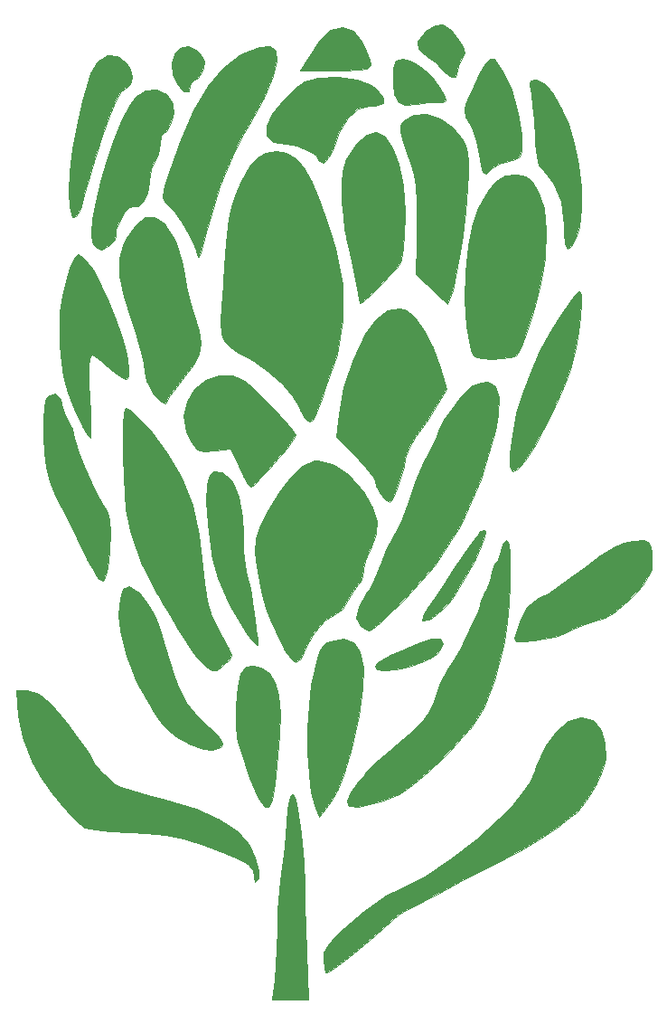
<source format=gbr>
G04 #@! TF.GenerationSoftware,KiCad,Pcbnew,5.99.0-unknown-d878cbddbc~125~ubuntu20.04.1*
G04 #@! TF.CreationDate,2021-04-11T20:16:07+01:00*
G04 #@! TF.ProjectId,bottom,626f7474-6f6d-42e6-9b69-6361645f7063,rev?*
G04 #@! TF.SameCoordinates,Original*
G04 #@! TF.FileFunction,Legend,Top*
G04 #@! TF.FilePolarity,Positive*
%FSLAX46Y46*%
G04 Gerber Fmt 4.6, Leading zero omitted, Abs format (unit mm)*
G04 Created by KiCad (PCBNEW 5.99.0-unknown-d878cbddbc~125~ubuntu20.04.1) date 2021-04-11 20:16:07*
%MOMM*%
%LPD*%
G01*
G04 APERTURE LIST*
%ADD10C,0.010000*%
G04 APERTURE END LIST*
D10*
X188883990Y-49218594D02*
X189660850Y-50088530D01*
X189660850Y-50088530D02*
X190508801Y-51586372D01*
X190508801Y-51586372D02*
X191174974Y-53064899D01*
X191174974Y-53064899D02*
X191745906Y-54818781D01*
X191745906Y-54818781D02*
X192152411Y-56861326D01*
X192152411Y-56861326D02*
X192378536Y-58987598D01*
X192378536Y-58987598D02*
X192408328Y-60992663D01*
X192408328Y-60992663D02*
X192225834Y-62671587D01*
X192225834Y-62671587D02*
X191986451Y-63489417D01*
X191986451Y-63489417D02*
X191492721Y-64460255D01*
X191492721Y-64460255D02*
X191121659Y-64738551D01*
X191121659Y-64738551D02*
X190877125Y-64327243D01*
X190877125Y-64327243D02*
X190762981Y-63229269D01*
X190762981Y-63229269D02*
X190754917Y-62552269D01*
X190754917Y-62552269D02*
X190522337Y-60302695D01*
X190522337Y-60302695D02*
X189786905Y-58526174D01*
X189786905Y-58526174D02*
X188796181Y-57395210D01*
X188796181Y-57395210D02*
X188428036Y-56918998D01*
X188428036Y-56918998D02*
X188202984Y-56145572D01*
X188202984Y-56145572D02*
X188081753Y-54906755D01*
X188081753Y-54906755D02*
X188052450Y-54210332D01*
X188052450Y-54210332D02*
X187971575Y-52699734D01*
X187971575Y-52699734D02*
X187842216Y-51276540D01*
X187842216Y-51276540D02*
X187694339Y-50260250D01*
X187694339Y-50260250D02*
X187558369Y-49398705D01*
X187558369Y-49398705D02*
X187676898Y-49022663D01*
X187676898Y-49022663D02*
X188116898Y-48937452D01*
X188116898Y-48937452D02*
X188149464Y-48937333D01*
X188149464Y-48937333D02*
X188883990Y-49218594D01*
X188883990Y-49218594D02*
X188883990Y-49218594D01*
G36*
X188883990Y-49218594D02*
G01*
X189660850Y-50088530D01*
X190508801Y-51586372D01*
X191174974Y-53064899D01*
X191745906Y-54818781D01*
X192152411Y-56861326D01*
X192378536Y-58987598D01*
X192408328Y-60992663D01*
X192225834Y-62671587D01*
X191986451Y-63489417D01*
X191492721Y-64460255D01*
X191121659Y-64738551D01*
X190877125Y-64327243D01*
X190762981Y-63229269D01*
X190754917Y-62552269D01*
X190522337Y-60302695D01*
X189786905Y-58526174D01*
X188796181Y-57395210D01*
X188428036Y-56918998D01*
X188202984Y-56145572D01*
X188081753Y-54906755D01*
X188052450Y-54210332D01*
X187971575Y-52699734D01*
X187842216Y-51276540D01*
X187694339Y-50260250D01*
X187558369Y-49398705D01*
X187676898Y-49022663D01*
X188116898Y-48937452D01*
X188149464Y-48937333D01*
X188883990Y-49218594D01*
G37*
X188883990Y-49218594D02*
X189660850Y-50088530D01*
X190508801Y-51586372D01*
X191174974Y-53064899D01*
X191745906Y-54818781D01*
X192152411Y-56861326D01*
X192378536Y-58987598D01*
X192408328Y-60992663D01*
X192225834Y-62671587D01*
X191986451Y-63489417D01*
X191492721Y-64460255D01*
X191121659Y-64738551D01*
X190877125Y-64327243D01*
X190762981Y-63229269D01*
X190754917Y-62552269D01*
X190522337Y-60302695D01*
X189786905Y-58526174D01*
X188796181Y-57395210D01*
X188428036Y-56918998D01*
X188202984Y-56145572D01*
X188081753Y-54906755D01*
X188052450Y-54210332D01*
X187971575Y-52699734D01*
X187842216Y-51276540D01*
X187694339Y-50260250D01*
X187558369Y-49398705D01*
X187676898Y-49022663D01*
X188116898Y-48937452D01*
X188149464Y-48937333D01*
X188883990Y-49218594D01*
X184350561Y-77641227D02*
X184650536Y-78656898D01*
X184650536Y-78656898D02*
X184598486Y-80247918D01*
X184598486Y-80247918D02*
X184339985Y-81745667D01*
X184339985Y-81745667D02*
X183023933Y-86324215D01*
X183023933Y-86324215D02*
X181123501Y-90548879D01*
X181123501Y-90548879D02*
X178661913Y-94376653D01*
X178661913Y-94376653D02*
X175719797Y-97708861D01*
X175719797Y-97708861D02*
X174554238Y-98810187D01*
X174554238Y-98810187D02*
X173550335Y-99699349D01*
X173550335Y-99699349D02*
X172826410Y-100275229D01*
X172826410Y-100275229D02*
X172520653Y-100442889D01*
X172520653Y-100442889D02*
X171951618Y-100216656D01*
X171951618Y-100216656D02*
X171709645Y-100019556D01*
X171709645Y-100019556D02*
X171341871Y-99283132D01*
X171341871Y-99283132D02*
X171516980Y-98297033D01*
X171516980Y-98297033D02*
X172251348Y-96994748D01*
X172251348Y-96994748D02*
X172560947Y-96562333D01*
X172560947Y-96562333D02*
X172904255Y-95936483D01*
X172904255Y-95936483D02*
X173347035Y-94923095D01*
X173347035Y-94923095D02*
X173599022Y-94269278D01*
X173599022Y-94269278D02*
X174137421Y-92961480D01*
X174137421Y-92961480D02*
X174749001Y-91703461D01*
X174749001Y-91703461D02*
X174993287Y-91270667D01*
X174993287Y-91270667D02*
X175514979Y-90234008D01*
X175514979Y-90234008D02*
X176065111Y-88872460D01*
X176065111Y-88872460D02*
X176386947Y-87919278D01*
X176386947Y-87919278D02*
X176927005Y-86399931D01*
X176927005Y-86399931D02*
X177603903Y-84826511D01*
X177603903Y-84826511D02*
X178001112Y-84038722D01*
X178001112Y-84038722D02*
X178520020Y-83044275D01*
X178520020Y-83044275D02*
X178851307Y-82311652D01*
X178851307Y-82311652D02*
X178920767Y-82054667D01*
X178920767Y-82054667D02*
X179075089Y-81582135D01*
X179075089Y-81582135D02*
X179557019Y-80756823D01*
X179557019Y-80756823D02*
X180235786Y-79762325D01*
X180235786Y-79762325D02*
X180980619Y-78782237D01*
X180980619Y-78782237D02*
X181660747Y-78000154D01*
X181660747Y-78000154D02*
X182060298Y-77646935D01*
X182060298Y-77646935D02*
X182974880Y-77275852D01*
X182974880Y-77275852D02*
X183701332Y-77220541D01*
X183701332Y-77220541D02*
X184350561Y-77641227D01*
X184350561Y-77641227D02*
X184350561Y-77641227D01*
G36*
X184350561Y-77641227D02*
G01*
X184650536Y-78656898D01*
X184598486Y-80247918D01*
X184339985Y-81745667D01*
X183023933Y-86324215D01*
X181123501Y-90548879D01*
X178661913Y-94376653D01*
X175719797Y-97708861D01*
X174554238Y-98810187D01*
X173550335Y-99699349D01*
X172826410Y-100275229D01*
X172520653Y-100442889D01*
X171951618Y-100216656D01*
X171709645Y-100019556D01*
X171341871Y-99283132D01*
X171516980Y-98297033D01*
X172251348Y-96994748D01*
X172560947Y-96562333D01*
X172904255Y-95936483D01*
X173347035Y-94923095D01*
X173599022Y-94269278D01*
X174137421Y-92961480D01*
X174749001Y-91703461D01*
X174993287Y-91270667D01*
X175514979Y-90234008D01*
X176065111Y-88872460D01*
X176386947Y-87919278D01*
X176927005Y-86399931D01*
X177603903Y-84826511D01*
X178001112Y-84038722D01*
X178520020Y-83044275D01*
X178851307Y-82311652D01*
X178920767Y-82054667D01*
X179075089Y-81582135D01*
X179557019Y-80756823D01*
X180235786Y-79762325D01*
X180980619Y-78782237D01*
X181660747Y-78000154D01*
X182060298Y-77646935D01*
X182974880Y-77275852D01*
X183701332Y-77220541D01*
X184350561Y-77641227D01*
G37*
X184350561Y-77641227D02*
X184650536Y-78656898D01*
X184598486Y-80247918D01*
X184339985Y-81745667D01*
X183023933Y-86324215D01*
X181123501Y-90548879D01*
X178661913Y-94376653D01*
X175719797Y-97708861D01*
X174554238Y-98810187D01*
X173550335Y-99699349D01*
X172826410Y-100275229D01*
X172520653Y-100442889D01*
X171951618Y-100216656D01*
X171709645Y-100019556D01*
X171341871Y-99283132D01*
X171516980Y-98297033D01*
X172251348Y-96994748D01*
X172560947Y-96562333D01*
X172904255Y-95936483D01*
X173347035Y-94923095D01*
X173599022Y-94269278D01*
X174137421Y-92961480D01*
X174749001Y-91703461D01*
X174993287Y-91270667D01*
X175514979Y-90234008D01*
X176065111Y-88872460D01*
X176386947Y-87919278D01*
X176927005Y-86399931D01*
X177603903Y-84826511D01*
X178001112Y-84038722D01*
X178520020Y-83044275D01*
X178851307Y-82311652D01*
X178920767Y-82054667D01*
X179075089Y-81582135D01*
X179557019Y-80756823D01*
X180235786Y-79762325D01*
X180980619Y-78782237D01*
X181660747Y-78000154D01*
X182060298Y-77646935D01*
X182974880Y-77275852D01*
X183701332Y-77220541D01*
X184350561Y-77641227D01*
X150782832Y-96795048D02*
X150952302Y-96957883D01*
X150952302Y-96957883D02*
X151754490Y-97924973D01*
X151754490Y-97924973D02*
X152426528Y-98995325D01*
X152426528Y-98995325D02*
X152786904Y-99877601D01*
X152786904Y-99877601D02*
X152793871Y-99913722D01*
X152793871Y-99913722D02*
X152975289Y-100629426D01*
X152975289Y-100629426D02*
X153323324Y-101789229D01*
X153323324Y-101789229D02*
X153766416Y-103173089D01*
X153766416Y-103173089D02*
X154233007Y-104560966D01*
X154233007Y-104560966D02*
X154651537Y-105732818D01*
X154651537Y-105732818D02*
X154857351Y-106258795D01*
X154857351Y-106258795D02*
X155417371Y-107204802D01*
X155417371Y-107204802D02*
X156320018Y-108336316D01*
X156320018Y-108336316D02*
X157269193Y-109311110D01*
X157269193Y-109311110D02*
X158222622Y-110227585D01*
X158222622Y-110227585D02*
X158696912Y-110811771D01*
X158696912Y-110811771D02*
X158762615Y-111173702D01*
X158762615Y-111173702D02*
X158586311Y-111365413D01*
X158586311Y-111365413D02*
X157860305Y-111669871D01*
X157860305Y-111669871D02*
X157000962Y-111591770D01*
X157000962Y-111591770D02*
X155807458Y-111107913D01*
X155807458Y-111107913D02*
X155639344Y-111025027D01*
X155639344Y-111025027D02*
X154560499Y-110449962D01*
X154560499Y-110449962D02*
X153791630Y-109896165D01*
X153791630Y-109896165D02*
X153126584Y-109170059D01*
X153126584Y-109170059D02*
X152359208Y-108078068D01*
X152359208Y-108078068D02*
X152130499Y-107730238D01*
X152130499Y-107730238D02*
X150769706Y-105315356D01*
X150769706Y-105315356D02*
X149763447Y-102835925D01*
X149763447Y-102835925D02*
X149180619Y-100486327D01*
X149180619Y-100486327D02*
X149061311Y-99071262D01*
X149061311Y-99071262D02*
X149171626Y-97510179D01*
X149171626Y-97510179D02*
X149498944Y-96606396D01*
X149498944Y-96606396D02*
X150037826Y-96365993D01*
X150037826Y-96365993D02*
X150782832Y-96795048D01*
X150782832Y-96795048D02*
X150782832Y-96795048D01*
G36*
X150782832Y-96795048D02*
G01*
X150952302Y-96957883D01*
X151754490Y-97924973D01*
X152426528Y-98995325D01*
X152786904Y-99877601D01*
X152793871Y-99913722D01*
X152975289Y-100629426D01*
X153323324Y-101789229D01*
X153766416Y-103173089D01*
X154233007Y-104560966D01*
X154651537Y-105732818D01*
X154857351Y-106258795D01*
X155417371Y-107204802D01*
X156320018Y-108336316D01*
X157269193Y-109311110D01*
X158222622Y-110227585D01*
X158696912Y-110811771D01*
X158762615Y-111173702D01*
X158586311Y-111365413D01*
X157860305Y-111669871D01*
X157000962Y-111591770D01*
X155807458Y-111107913D01*
X155639344Y-111025027D01*
X154560499Y-110449962D01*
X153791630Y-109896165D01*
X153126584Y-109170059D01*
X152359208Y-108078068D01*
X152130499Y-107730238D01*
X150769706Y-105315356D01*
X149763447Y-102835925D01*
X149180619Y-100486327D01*
X149061311Y-99071262D01*
X149171626Y-97510179D01*
X149498944Y-96606396D01*
X150037826Y-96365993D01*
X150782832Y-96795048D01*
G37*
X150782832Y-96795048D02*
X150952302Y-96957883D01*
X151754490Y-97924973D01*
X152426528Y-98995325D01*
X152786904Y-99877601D01*
X152793871Y-99913722D01*
X152975289Y-100629426D01*
X153323324Y-101789229D01*
X153766416Y-103173089D01*
X154233007Y-104560966D01*
X154651537Y-105732818D01*
X154857351Y-106258795D01*
X155417371Y-107204802D01*
X156320018Y-108336316D01*
X157269193Y-109311110D01*
X158222622Y-110227585D01*
X158696912Y-110811771D01*
X158762615Y-111173702D01*
X158586311Y-111365413D01*
X157860305Y-111669871D01*
X157000962Y-111591770D01*
X155807458Y-111107913D01*
X155639344Y-111025027D01*
X154560499Y-110449962D01*
X153791630Y-109896165D01*
X153126584Y-109170059D01*
X152359208Y-108078068D01*
X152130499Y-107730238D01*
X150769706Y-105315356D01*
X149763447Y-102835925D01*
X149180619Y-100486327D01*
X149061311Y-99071262D01*
X149171626Y-97510179D01*
X149498944Y-96606396D01*
X150037826Y-96365993D01*
X150782832Y-96795048D01*
X180161834Y-44279790D02*
X180682476Y-44911377D01*
X180682476Y-44911377D02*
X181265357Y-45767231D01*
X181265357Y-45767231D02*
X181422152Y-46343184D01*
X181422152Y-46343184D02*
X181229596Y-46846868D01*
X181229596Y-46846868D02*
X180887423Y-47613668D01*
X180887423Y-47613668D02*
X180811311Y-48029782D01*
X180811311Y-48029782D02*
X180630981Y-48633543D01*
X180630981Y-48633543D02*
X180158103Y-48645458D01*
X180158103Y-48645458D02*
X179543470Y-48117033D01*
X179543470Y-48117033D02*
X178729239Y-47330357D01*
X178729239Y-47330357D02*
X177900895Y-46711008D01*
X177900895Y-46711008D02*
X177119055Y-46025995D01*
X177119055Y-46025995D02*
X177024636Y-45340982D01*
X177024636Y-45340982D02*
X177616307Y-44579484D01*
X177616307Y-44579484D02*
X177860275Y-44376827D01*
X177860275Y-44376827D02*
X178758460Y-43797329D01*
X178758460Y-43797329D02*
X179460729Y-43752687D01*
X179460729Y-43752687D02*
X180161834Y-44279790D01*
X180161834Y-44279790D02*
X180161834Y-44279790D01*
G36*
X180161834Y-44279790D02*
G01*
X180682476Y-44911377D01*
X181265357Y-45767231D01*
X181422152Y-46343184D01*
X181229596Y-46846868D01*
X180887423Y-47613668D01*
X180811311Y-48029782D01*
X180630981Y-48633543D01*
X180158103Y-48645458D01*
X179543470Y-48117033D01*
X178729239Y-47330357D01*
X177900895Y-46711008D01*
X177119055Y-46025995D01*
X177024636Y-45340982D01*
X177616307Y-44579484D01*
X177860275Y-44376827D01*
X178758460Y-43797329D01*
X179460729Y-43752687D01*
X180161834Y-44279790D01*
G37*
X180161834Y-44279790D02*
X180682476Y-44911377D01*
X181265357Y-45767231D01*
X181422152Y-46343184D01*
X181229596Y-46846868D01*
X180887423Y-47613668D01*
X180811311Y-48029782D01*
X180630981Y-48633543D01*
X180158103Y-48645458D01*
X179543470Y-48117033D01*
X178729239Y-47330357D01*
X177900895Y-46711008D01*
X177119055Y-46025995D01*
X177024636Y-45340982D01*
X177616307Y-44579484D01*
X177860275Y-44376827D01*
X178758460Y-43797329D01*
X179460729Y-43752687D01*
X180161834Y-44279790D01*
X164768436Y-55784020D02*
X165610089Y-56258879D01*
X165610089Y-56258879D02*
X166389220Y-57129384D01*
X166389220Y-57129384D02*
X167145316Y-58460230D01*
X167145316Y-58460230D02*
X167917863Y-60316115D01*
X167917863Y-60316115D02*
X168746348Y-62761734D01*
X168746348Y-62761734D02*
X169315244Y-64635944D01*
X169315244Y-64635944D02*
X170006320Y-68065673D01*
X170006320Y-68065673D02*
X170068993Y-71439204D01*
X170068993Y-71439204D02*
X169504448Y-74639587D01*
X169504448Y-74639587D02*
X169204499Y-75572056D01*
X169204499Y-75572056D02*
X168885999Y-76473896D01*
X168885999Y-76473896D02*
X168445867Y-77738597D01*
X168445867Y-77738597D02*
X168067769Y-78835250D01*
X168067769Y-78835250D02*
X167611543Y-80097349D01*
X167611543Y-80097349D02*
X167275457Y-80773399D01*
X167275457Y-80773399D02*
X166976790Y-80953117D01*
X166976790Y-80953117D02*
X166632823Y-80726217D01*
X166632823Y-80726217D02*
X166478781Y-80558623D01*
X166478781Y-80558623D02*
X166041243Y-79846325D01*
X166041243Y-79846325D02*
X165846156Y-79364130D01*
X165846156Y-79364130D02*
X165320201Y-78442653D01*
X165320201Y-78442653D02*
X164353263Y-77344762D01*
X164353263Y-77344762D02*
X163121101Y-76236734D01*
X163121101Y-76236734D02*
X161799477Y-75284845D01*
X161799477Y-75284845D02*
X161133910Y-74906104D01*
X161133910Y-74906104D02*
X160138538Y-74389873D01*
X160138538Y-74389873D02*
X159429842Y-73926505D01*
X159429842Y-73926505D02*
X158969042Y-73393253D01*
X158969042Y-73393253D02*
X158717357Y-72667368D01*
X158717357Y-72667368D02*
X158636007Y-71626103D01*
X158636007Y-71626103D02*
X158686211Y-70146709D01*
X158686211Y-70146709D02*
X158829189Y-68106438D01*
X158829189Y-68106438D02*
X158859116Y-67705920D01*
X158859116Y-67705920D02*
X159050285Y-65254262D01*
X159050285Y-65254262D02*
X159223677Y-63380703D01*
X159223677Y-63380703D02*
X159402244Y-61958963D01*
X159402244Y-61958963D02*
X159608936Y-60862762D01*
X159608936Y-60862762D02*
X159866705Y-59965820D01*
X159866705Y-59965820D02*
X160198503Y-59141857D01*
X160198503Y-59141857D02*
X160546176Y-58423680D01*
X160546176Y-58423680D02*
X161338077Y-57018304D01*
X161338077Y-57018304D02*
X162062971Y-56166303D01*
X162062971Y-56166303D02*
X162862817Y-55747153D01*
X162862817Y-55747153D02*
X163824775Y-55640111D01*
X163824775Y-55640111D02*
X164768436Y-55784020D01*
X164768436Y-55784020D02*
X164768436Y-55784020D01*
G36*
X164768436Y-55784020D02*
G01*
X165610089Y-56258879D01*
X166389220Y-57129384D01*
X167145316Y-58460230D01*
X167917863Y-60316115D01*
X168746348Y-62761734D01*
X169315244Y-64635944D01*
X170006320Y-68065673D01*
X170068993Y-71439204D01*
X169504448Y-74639587D01*
X169204499Y-75572056D01*
X168885999Y-76473896D01*
X168445867Y-77738597D01*
X168067769Y-78835250D01*
X167611543Y-80097349D01*
X167275457Y-80773399D01*
X166976790Y-80953117D01*
X166632823Y-80726217D01*
X166478781Y-80558623D01*
X166041243Y-79846325D01*
X165846156Y-79364130D01*
X165320201Y-78442653D01*
X164353263Y-77344762D01*
X163121101Y-76236734D01*
X161799477Y-75284845D01*
X161133910Y-74906104D01*
X160138538Y-74389873D01*
X159429842Y-73926505D01*
X158969042Y-73393253D01*
X158717357Y-72667368D01*
X158636007Y-71626103D01*
X158686211Y-70146709D01*
X158829189Y-68106438D01*
X158859116Y-67705920D01*
X159050285Y-65254262D01*
X159223677Y-63380703D01*
X159402244Y-61958963D01*
X159608936Y-60862762D01*
X159866705Y-59965820D01*
X160198503Y-59141857D01*
X160546176Y-58423680D01*
X161338077Y-57018304D01*
X162062971Y-56166303D01*
X162862817Y-55747153D01*
X163824775Y-55640111D01*
X164768436Y-55784020D01*
G37*
X164768436Y-55784020D02*
X165610089Y-56258879D01*
X166389220Y-57129384D01*
X167145316Y-58460230D01*
X167917863Y-60316115D01*
X168746348Y-62761734D01*
X169315244Y-64635944D01*
X170006320Y-68065673D01*
X170068993Y-71439204D01*
X169504448Y-74639587D01*
X169204499Y-75572056D01*
X168885999Y-76473896D01*
X168445867Y-77738597D01*
X168067769Y-78835250D01*
X167611543Y-80097349D01*
X167275457Y-80773399D01*
X166976790Y-80953117D01*
X166632823Y-80726217D01*
X166478781Y-80558623D01*
X166041243Y-79846325D01*
X165846156Y-79364130D01*
X165320201Y-78442653D01*
X164353263Y-77344762D01*
X163121101Y-76236734D01*
X161799477Y-75284845D01*
X161133910Y-74906104D01*
X160138538Y-74389873D01*
X159429842Y-73926505D01*
X158969042Y-73393253D01*
X158717357Y-72667368D01*
X158636007Y-71626103D01*
X158686211Y-70146709D01*
X158829189Y-68106438D01*
X158859116Y-67705920D01*
X159050285Y-65254262D01*
X159223677Y-63380703D01*
X159402244Y-61958963D01*
X159608936Y-60862762D01*
X159866705Y-59965820D01*
X160198503Y-59141857D01*
X160546176Y-58423680D01*
X161338077Y-57018304D01*
X162062971Y-56166303D01*
X162862817Y-55747153D01*
X163824775Y-55640111D01*
X164768436Y-55784020D01*
X156370468Y-46202078D02*
X156647330Y-46469322D01*
X156647330Y-46469322D02*
X157074787Y-47137159D01*
X157074787Y-47137159D02*
X156977102Y-47843764D01*
X156977102Y-47843764D02*
X156885959Y-48056822D01*
X156885959Y-48056822D02*
X156473588Y-48704946D01*
X156473588Y-48704946D02*
X156124430Y-48937333D01*
X156124430Y-48937333D02*
X155801277Y-49221433D01*
X155801277Y-49221433D02*
X155764089Y-49445680D01*
X155764089Y-49445680D02*
X155601354Y-50031811D01*
X155601354Y-50031811D02*
X155170770Y-50007307D01*
X155170770Y-50007307D02*
X154617561Y-49451986D01*
X154617561Y-49451986D02*
X154100757Y-48406790D01*
X154100757Y-48406790D02*
X154021873Y-47394995D01*
X154021873Y-47394995D02*
X154295157Y-46542614D01*
X154295157Y-46542614D02*
X154834853Y-45975660D01*
X154834853Y-45975660D02*
X155555208Y-45820144D01*
X155555208Y-45820144D02*
X156370468Y-46202078D01*
X156370468Y-46202078D02*
X156370468Y-46202078D01*
G36*
X156370468Y-46202078D02*
G01*
X156647330Y-46469322D01*
X157074787Y-47137159D01*
X156977102Y-47843764D01*
X156885959Y-48056822D01*
X156473588Y-48704946D01*
X156124430Y-48937333D01*
X155801277Y-49221433D01*
X155764089Y-49445680D01*
X155601354Y-50031811D01*
X155170770Y-50007307D01*
X154617561Y-49451986D01*
X154100757Y-48406790D01*
X154021873Y-47394995D01*
X154295157Y-46542614D01*
X154834853Y-45975660D01*
X155555208Y-45820144D01*
X156370468Y-46202078D01*
G37*
X156370468Y-46202078D02*
X156647330Y-46469322D01*
X157074787Y-47137159D01*
X156977102Y-47843764D01*
X156885959Y-48056822D01*
X156473588Y-48704946D01*
X156124430Y-48937333D01*
X155801277Y-49221433D01*
X155764089Y-49445680D01*
X155601354Y-50031811D01*
X155170770Y-50007307D01*
X154617561Y-49451986D01*
X154100757Y-48406790D01*
X154021873Y-47394995D01*
X154295157Y-46542614D01*
X154834853Y-45975660D01*
X155555208Y-45820144D01*
X156370468Y-46202078D01*
X171010659Y-44360714D02*
X171892895Y-45443041D01*
X171892895Y-45443041D02*
X172276431Y-46219905D01*
X172276431Y-46219905D02*
X172591929Y-47037300D01*
X172591929Y-47037300D02*
X172635183Y-47567681D01*
X172635183Y-47567681D02*
X172308108Y-47874025D01*
X172308108Y-47874025D02*
X171512620Y-48019315D01*
X171512620Y-48019315D02*
X170150633Y-48066529D01*
X170150633Y-48066529D02*
X169391634Y-48072235D01*
X169391634Y-48072235D02*
X166086846Y-48089081D01*
X166086846Y-48089081D02*
X166780699Y-46837513D01*
X166780699Y-46837513D02*
X167879500Y-45204572D01*
X167879500Y-45204572D02*
X168972040Y-44245067D01*
X168972040Y-44245067D02*
X170026400Y-43962586D01*
X170026400Y-43962586D02*
X171010659Y-44360714D01*
X171010659Y-44360714D02*
X171010659Y-44360714D01*
G36*
X171010659Y-44360714D02*
G01*
X171892895Y-45443041D01*
X172276431Y-46219905D01*
X172591929Y-47037300D01*
X172635183Y-47567681D01*
X172308108Y-47874025D01*
X171512620Y-48019315D01*
X170150633Y-48066529D01*
X169391634Y-48072235D01*
X166086846Y-48089081D01*
X166780699Y-46837513D01*
X167879500Y-45204572D01*
X168972040Y-44245067D01*
X170026400Y-43962586D01*
X171010659Y-44360714D01*
G37*
X171010659Y-44360714D02*
X171892895Y-45443041D01*
X172276431Y-46219905D01*
X172591929Y-47037300D01*
X172635183Y-47567681D01*
X172308108Y-47874025D01*
X171512620Y-48019315D01*
X170150633Y-48066529D01*
X169391634Y-48072235D01*
X166086846Y-48089081D01*
X166780699Y-46837513D01*
X167879500Y-45204572D01*
X168972040Y-44245067D01*
X170026400Y-43962586D01*
X171010659Y-44360714D01*
X150226537Y-79898583D02*
X151010902Y-80622854D01*
X151010902Y-80622854D02*
X151961220Y-81675094D01*
X151961220Y-81675094D02*
X152960605Y-82928585D01*
X152960605Y-82928585D02*
X153629791Y-83862333D01*
X153629791Y-83862333D02*
X154999123Y-86203529D01*
X154999123Y-86203529D02*
X155959202Y-88676700D01*
X155959202Y-88676700D02*
X156574036Y-91479223D01*
X156574036Y-91479223D02*
X156833066Y-93740111D01*
X156833066Y-93740111D02*
X157059545Y-95963903D01*
X157059545Y-95963903D02*
X157359279Y-97687723D01*
X157359279Y-97687723D02*
X157787372Y-99116921D01*
X157787372Y-99116921D02*
X158398928Y-100456848D01*
X158398928Y-100456848D02*
X158850895Y-101259656D01*
X158850895Y-101259656D02*
X159391103Y-102201224D01*
X159391103Y-102201224D02*
X159581565Y-102758746D01*
X159581565Y-102758746D02*
X159425509Y-103159088D01*
X159425509Y-103159088D02*
X158926163Y-103629119D01*
X158926163Y-103629119D02*
X158885111Y-103664704D01*
X158885111Y-103664704D02*
X158237022Y-104167841D01*
X158237022Y-104167841D02*
X157761644Y-104236840D01*
X157761644Y-104236840D02*
X157212433Y-103835853D01*
X157212433Y-103835853D02*
X156743536Y-103353305D01*
X156743536Y-103353305D02*
X156100219Y-102555047D01*
X156100219Y-102555047D02*
X155289799Y-101389542D01*
X155289799Y-101389542D02*
X154486251Y-100107176D01*
X154486251Y-100107176D02*
X154476188Y-100090111D01*
X154476188Y-100090111D02*
X153756383Y-98869663D01*
X153756383Y-98869663D02*
X153129385Y-97808978D01*
X153129385Y-97808978D02*
X152722623Y-97123606D01*
X152722623Y-97123606D02*
X152703446Y-97091500D01*
X152703446Y-97091500D02*
X151175001Y-94110710D01*
X151175001Y-94110710D02*
X150133092Y-91147552D01*
X150133092Y-91147552D02*
X149936661Y-90327793D01*
X149936661Y-90327793D02*
X149753688Y-89166910D01*
X149753688Y-89166910D02*
X149607949Y-87672893D01*
X149607949Y-87672893D02*
X149502252Y-85987660D01*
X149502252Y-85987660D02*
X149439404Y-84253131D01*
X149439404Y-84253131D02*
X149422213Y-82611226D01*
X149422213Y-82611226D02*
X149453486Y-81203866D01*
X149453486Y-81203866D02*
X149536031Y-80172968D01*
X149536031Y-80172968D02*
X149672656Y-79660454D01*
X149672656Y-79660454D02*
X149725007Y-79629000D01*
X149725007Y-79629000D02*
X150226537Y-79898583D01*
X150226537Y-79898583D02*
X150226537Y-79898583D01*
G36*
X150226537Y-79898583D02*
G01*
X151010902Y-80622854D01*
X151961220Y-81675094D01*
X152960605Y-82928585D01*
X153629791Y-83862333D01*
X154999123Y-86203529D01*
X155959202Y-88676700D01*
X156574036Y-91479223D01*
X156833066Y-93740111D01*
X157059545Y-95963903D01*
X157359279Y-97687723D01*
X157787372Y-99116921D01*
X158398928Y-100456848D01*
X158850895Y-101259656D01*
X159391103Y-102201224D01*
X159581565Y-102758746D01*
X159425509Y-103159088D01*
X158926163Y-103629119D01*
X158885111Y-103664704D01*
X158237022Y-104167841D01*
X157761644Y-104236840D01*
X157212433Y-103835853D01*
X156743536Y-103353305D01*
X156100219Y-102555047D01*
X155289799Y-101389542D01*
X154486251Y-100107176D01*
X154476188Y-100090111D01*
X153756383Y-98869663D01*
X153129385Y-97808978D01*
X152722623Y-97123606D01*
X152703446Y-97091500D01*
X151175001Y-94110710D01*
X150133092Y-91147552D01*
X149936661Y-90327793D01*
X149753688Y-89166910D01*
X149607949Y-87672893D01*
X149502252Y-85987660D01*
X149439404Y-84253131D01*
X149422213Y-82611226D01*
X149453486Y-81203866D01*
X149536031Y-80172968D01*
X149672656Y-79660454D01*
X149725007Y-79629000D01*
X150226537Y-79898583D01*
G37*
X150226537Y-79898583D02*
X151010902Y-80622854D01*
X151961220Y-81675094D01*
X152960605Y-82928585D01*
X153629791Y-83862333D01*
X154999123Y-86203529D01*
X155959202Y-88676700D01*
X156574036Y-91479223D01*
X156833066Y-93740111D01*
X157059545Y-95963903D01*
X157359279Y-97687723D01*
X157787372Y-99116921D01*
X158398928Y-100456848D01*
X158850895Y-101259656D01*
X159391103Y-102201224D01*
X159581565Y-102758746D01*
X159425509Y-103159088D01*
X158926163Y-103629119D01*
X158885111Y-103664704D01*
X158237022Y-104167841D01*
X157761644Y-104236840D01*
X157212433Y-103835853D01*
X156743536Y-103353305D01*
X156100219Y-102555047D01*
X155289799Y-101389542D01*
X154486251Y-100107176D01*
X154476188Y-100090111D01*
X153756383Y-98869663D01*
X153129385Y-97808978D01*
X152722623Y-97123606D01*
X152703446Y-97091500D01*
X151175001Y-94110710D01*
X150133092Y-91147552D01*
X149936661Y-90327793D01*
X149753688Y-89166910D01*
X149607949Y-87672893D01*
X149502252Y-85987660D01*
X149439404Y-84253131D01*
X149422213Y-82611226D01*
X149453486Y-81203866D01*
X149536031Y-80172968D01*
X149672656Y-79660454D01*
X149725007Y-79629000D01*
X150226537Y-79898583D01*
X158676047Y-85620935D02*
X158889975Y-85720604D01*
X158889975Y-85720604D02*
X159696964Y-86520343D01*
X159696964Y-86520343D02*
X160283207Y-87915890D01*
X160283207Y-87915890D02*
X160622679Y-89824895D01*
X160622679Y-89824895D02*
X160699634Y-91447056D01*
X160699634Y-91447056D02*
X160760615Y-92943568D01*
X160760615Y-92943568D02*
X160912128Y-94373494D01*
X160912128Y-94373494D02*
X161092129Y-95303968D01*
X161092129Y-95303968D02*
X161376603Y-96510432D01*
X161376603Y-96510432D02*
X161568056Y-97645566D01*
X161568056Y-97645566D02*
X161581945Y-97773413D01*
X161581945Y-97773413D02*
X161713082Y-98843315D01*
X161713082Y-98843315D02*
X161903673Y-100107132D01*
X161903673Y-100107132D02*
X161945406Y-100354694D01*
X161945406Y-100354694D02*
X162061822Y-101263330D01*
X162061822Y-101263330D02*
X162051817Y-101795928D01*
X162051817Y-101795928D02*
X162007781Y-101854000D01*
X162007781Y-101854000D02*
X161718545Y-101586347D01*
X161718545Y-101586347D02*
X161182124Y-100897253D01*
X161182124Y-100897253D02*
X160734553Y-100258567D01*
X160734553Y-100258567D02*
X159343862Y-97903084D01*
X159343862Y-97903084D02*
X158321152Y-95553420D01*
X158321152Y-95553420D02*
X157754200Y-93415100D01*
X157754200Y-93415100D02*
X157724648Y-93210944D01*
X157724648Y-93210944D02*
X157409056Y-90469823D01*
X157409056Y-90469823D02*
X157274859Y-88372298D01*
X157274859Y-88372298D02*
X157328258Y-86878509D01*
X157328258Y-86878509D02*
X157575454Y-85948593D01*
X157575454Y-85948593D02*
X158022650Y-85542689D01*
X158022650Y-85542689D02*
X158676047Y-85620935D01*
X158676047Y-85620935D02*
X158676047Y-85620935D01*
G36*
X158676047Y-85620935D02*
G01*
X158889975Y-85720604D01*
X159696964Y-86520343D01*
X160283207Y-87915890D01*
X160622679Y-89824895D01*
X160699634Y-91447056D01*
X160760615Y-92943568D01*
X160912128Y-94373494D01*
X161092129Y-95303968D01*
X161376603Y-96510432D01*
X161568056Y-97645566D01*
X161581945Y-97773413D01*
X161713082Y-98843315D01*
X161903673Y-100107132D01*
X161945406Y-100354694D01*
X162061822Y-101263330D01*
X162051817Y-101795928D01*
X162007781Y-101854000D01*
X161718545Y-101586347D01*
X161182124Y-100897253D01*
X160734553Y-100258567D01*
X159343862Y-97903084D01*
X158321152Y-95553420D01*
X157754200Y-93415100D01*
X157724648Y-93210944D01*
X157409056Y-90469823D01*
X157274859Y-88372298D01*
X157328258Y-86878509D01*
X157575454Y-85948593D01*
X158022650Y-85542689D01*
X158676047Y-85620935D01*
G37*
X158676047Y-85620935D02*
X158889975Y-85720604D01*
X159696964Y-86520343D01*
X160283207Y-87915890D01*
X160622679Y-89824895D01*
X160699634Y-91447056D01*
X160760615Y-92943568D01*
X160912128Y-94373494D01*
X161092129Y-95303968D01*
X161376603Y-96510432D01*
X161568056Y-97645566D01*
X161581945Y-97773413D01*
X161713082Y-98843315D01*
X161903673Y-100107132D01*
X161945406Y-100354694D01*
X162061822Y-101263330D01*
X162051817Y-101795928D01*
X162007781Y-101854000D01*
X161718545Y-101586347D01*
X161182124Y-100897253D01*
X160734553Y-100258567D01*
X159343862Y-97903084D01*
X158321152Y-95553420D01*
X157754200Y-93415100D01*
X157724648Y-93210944D01*
X157409056Y-90469823D01*
X157274859Y-88372298D01*
X157328258Y-86878509D01*
X157575454Y-85948593D01*
X158022650Y-85542689D01*
X158676047Y-85620935D01*
X141558552Y-106383503D02*
X142591712Y-107233861D01*
X142591712Y-107233861D02*
X143335232Y-108081002D01*
X143335232Y-108081002D02*
X144200298Y-109148388D01*
X144200298Y-109148388D02*
X145072703Y-110283582D01*
X145072703Y-110283582D02*
X145838236Y-111334146D01*
X145838236Y-111334146D02*
X146382690Y-112147640D01*
X146382690Y-112147640D02*
X146591853Y-112571629D01*
X146591853Y-112571629D02*
X146591867Y-112572981D01*
X146591867Y-112572981D02*
X146831167Y-112984217D01*
X146831167Y-112984217D02*
X147424072Y-113650957D01*
X147424072Y-113650957D02*
X148183084Y-114375916D01*
X148183084Y-114375916D02*
X148738376Y-114831570D01*
X148738376Y-114831570D02*
X149287227Y-115077984D01*
X149287227Y-115077984D02*
X150365648Y-115438469D01*
X150365648Y-115438469D02*
X151816716Y-115864187D01*
X151816716Y-115864187D02*
X153448805Y-116297546D01*
X153448805Y-116297546D02*
X156319691Y-117153703D01*
X156319691Y-117153703D02*
X158548860Y-118125577D01*
X158548860Y-118125577D02*
X160195903Y-119251581D01*
X160195903Y-119251581D02*
X161320410Y-120570126D01*
X161320410Y-120570126D02*
X161860548Y-121719683D01*
X161860548Y-121719683D02*
X162153679Y-122897727D01*
X162153679Y-122897727D02*
X162124095Y-123680027D01*
X162124095Y-123680027D02*
X162081744Y-123766478D01*
X162081744Y-123766478D02*
X161846107Y-123981565D01*
X161846107Y-123981565D02*
X161767812Y-123550306D01*
X161767812Y-123550306D02*
X161766713Y-123469771D01*
X161766713Y-123469771D02*
X161619648Y-122875376D01*
X161619648Y-122875376D02*
X161128425Y-122331049D01*
X161128425Y-122331049D02*
X160204859Y-121783148D01*
X160204859Y-121783148D02*
X158760763Y-121178032D01*
X158760763Y-121178032D02*
X156959444Y-120545615D01*
X156959444Y-120545615D02*
X155108731Y-119987153D01*
X155108731Y-119987153D02*
X153430624Y-119640896D01*
X153430624Y-119640896D02*
X151597254Y-119451154D01*
X151597254Y-119451154D02*
X150119645Y-119383889D01*
X150119645Y-119383889D02*
X148255107Y-119281869D01*
X148255107Y-119281869D02*
X146797832Y-119112574D01*
X146797832Y-119112574D02*
X145875534Y-118892585D01*
X145875534Y-118892585D02*
X145709922Y-118811417D01*
X145709922Y-118811417D02*
X144905209Y-118115588D01*
X144905209Y-118115588D02*
X143885565Y-116990871D01*
X143885565Y-116990871D02*
X142792917Y-115617034D01*
X142792917Y-115617034D02*
X141769192Y-114173844D01*
X141769192Y-114173844D02*
X140956316Y-112841068D01*
X140956316Y-112841068D02*
X140873891Y-112685984D01*
X140873891Y-112685984D02*
X140046193Y-110494768D01*
X140046193Y-110494768D02*
X139678646Y-108468583D01*
X139678646Y-108468583D02*
X139438878Y-106087333D01*
X139438878Y-106087333D02*
X140476724Y-106087333D01*
X140476724Y-106087333D02*
X141558552Y-106383503D01*
X141558552Y-106383503D02*
X141558552Y-106383503D01*
G36*
X141558552Y-106383503D02*
G01*
X142591712Y-107233861D01*
X143335232Y-108081002D01*
X144200298Y-109148388D01*
X145072703Y-110283582D01*
X145838236Y-111334146D01*
X146382690Y-112147640D01*
X146591853Y-112571629D01*
X146591867Y-112572981D01*
X146831167Y-112984217D01*
X147424072Y-113650957D01*
X148183084Y-114375916D01*
X148738376Y-114831570D01*
X149287227Y-115077984D01*
X150365648Y-115438469D01*
X151816716Y-115864187D01*
X153448805Y-116297546D01*
X156319691Y-117153703D01*
X158548860Y-118125577D01*
X160195903Y-119251581D01*
X161320410Y-120570126D01*
X161860548Y-121719683D01*
X162153679Y-122897727D01*
X162124095Y-123680027D01*
X162081744Y-123766478D01*
X161846107Y-123981565D01*
X161767812Y-123550306D01*
X161766713Y-123469771D01*
X161619648Y-122875376D01*
X161128425Y-122331049D01*
X160204859Y-121783148D01*
X158760763Y-121178032D01*
X156959444Y-120545615D01*
X155108731Y-119987153D01*
X153430624Y-119640896D01*
X151597254Y-119451154D01*
X150119645Y-119383889D01*
X148255107Y-119281869D01*
X146797832Y-119112574D01*
X145875534Y-118892585D01*
X145709922Y-118811417D01*
X144905209Y-118115588D01*
X143885565Y-116990871D01*
X142792917Y-115617034D01*
X141769192Y-114173844D01*
X140956316Y-112841068D01*
X140873891Y-112685984D01*
X140046193Y-110494768D01*
X139678646Y-108468583D01*
X139438878Y-106087333D01*
X140476724Y-106087333D01*
X141558552Y-106383503D01*
G37*
X141558552Y-106383503D02*
X142591712Y-107233861D01*
X143335232Y-108081002D01*
X144200298Y-109148388D01*
X145072703Y-110283582D01*
X145838236Y-111334146D01*
X146382690Y-112147640D01*
X146591853Y-112571629D01*
X146591867Y-112572981D01*
X146831167Y-112984217D01*
X147424072Y-113650957D01*
X148183084Y-114375916D01*
X148738376Y-114831570D01*
X149287227Y-115077984D01*
X150365648Y-115438469D01*
X151816716Y-115864187D01*
X153448805Y-116297546D01*
X156319691Y-117153703D01*
X158548860Y-118125577D01*
X160195903Y-119251581D01*
X161320410Y-120570126D01*
X161860548Y-121719683D01*
X162153679Y-122897727D01*
X162124095Y-123680027D01*
X162081744Y-123766478D01*
X161846107Y-123981565D01*
X161767812Y-123550306D01*
X161766713Y-123469771D01*
X161619648Y-122875376D01*
X161128425Y-122331049D01*
X160204859Y-121783148D01*
X158760763Y-121178032D01*
X156959444Y-120545615D01*
X155108731Y-119987153D01*
X153430624Y-119640896D01*
X151597254Y-119451154D01*
X150119645Y-119383889D01*
X148255107Y-119281869D01*
X146797832Y-119112574D01*
X145875534Y-118892585D01*
X145709922Y-118811417D01*
X144905209Y-118115588D01*
X143885565Y-116990871D01*
X142792917Y-115617034D01*
X141769192Y-114173844D01*
X140956316Y-112841068D01*
X140873891Y-112685984D01*
X140046193Y-110494768D01*
X139678646Y-108468583D01*
X139438878Y-106087333D01*
X140476724Y-106087333D01*
X141558552Y-106383503D01*
X198671142Y-92138521D02*
X198893214Y-92660814D01*
X198893214Y-92660814D02*
X198986505Y-93124923D01*
X198986505Y-93124923D02*
X198950932Y-94686387D01*
X198950932Y-94686387D02*
X198669639Y-95420750D01*
X198669639Y-95420750D02*
X198122001Y-96208745D01*
X198122001Y-96208745D02*
X197275532Y-97145134D01*
X197275532Y-97145134D02*
X196296574Y-98077078D01*
X196296574Y-98077078D02*
X195351473Y-98851740D01*
X195351473Y-98851740D02*
X194606571Y-99316282D01*
X194606571Y-99316282D02*
X194355557Y-99384556D01*
X194355557Y-99384556D02*
X193727836Y-99528786D01*
X193727836Y-99528786D02*
X192692025Y-99904107D01*
X192692025Y-99904107D02*
X191470292Y-100424464D01*
X191470292Y-100424464D02*
X190612870Y-100834246D01*
X190612870Y-100834246D02*
X189936821Y-101043558D01*
X189936821Y-101043558D02*
X188841830Y-101257247D01*
X188841830Y-101257247D02*
X187996186Y-101375855D01*
X187996186Y-101375855D02*
X186872487Y-101488345D01*
X186872487Y-101488345D02*
X186304154Y-101464890D01*
X186304154Y-101464890D02*
X186148918Y-101274934D01*
X186148918Y-101274934D02*
X186221827Y-100994793D01*
X186221827Y-100994793D02*
X186490587Y-100173502D01*
X186490587Y-100173502D02*
X186692084Y-99439977D01*
X186692084Y-99439977D02*
X187278054Y-98287876D01*
X187278054Y-98287876D02*
X188432239Y-97440740D01*
X188432239Y-97440740D02*
X188748811Y-97295390D01*
X188748811Y-97295390D02*
X189309218Y-96966235D01*
X189309218Y-96966235D02*
X190281125Y-96307819D01*
X190281125Y-96307819D02*
X191517700Y-95422244D01*
X191517700Y-95422244D02*
X192609840Y-94610542D01*
X192609840Y-94610542D02*
X194202481Y-93452752D01*
X194202481Y-93452752D02*
X195413854Y-92692940D01*
X195413854Y-92692940D02*
X196384369Y-92254046D01*
X196384369Y-92254046D02*
X197254436Y-92059010D01*
X197254436Y-92059010D02*
X197260063Y-92058372D01*
X197260063Y-92058372D02*
X198202302Y-91984376D01*
X198202302Y-91984376D02*
X198671142Y-92138521D01*
X198671142Y-92138521D02*
X198671142Y-92138521D01*
G36*
X198671142Y-92138521D02*
G01*
X198893214Y-92660814D01*
X198986505Y-93124923D01*
X198950932Y-94686387D01*
X198669639Y-95420750D01*
X198122001Y-96208745D01*
X197275532Y-97145134D01*
X196296574Y-98077078D01*
X195351473Y-98851740D01*
X194606571Y-99316282D01*
X194355557Y-99384556D01*
X193727836Y-99528786D01*
X192692025Y-99904107D01*
X191470292Y-100424464D01*
X190612870Y-100834246D01*
X189936821Y-101043558D01*
X188841830Y-101257247D01*
X187996186Y-101375855D01*
X186872487Y-101488345D01*
X186304154Y-101464890D01*
X186148918Y-101274934D01*
X186221827Y-100994793D01*
X186490587Y-100173502D01*
X186692084Y-99439977D01*
X187278054Y-98287876D01*
X188432239Y-97440740D01*
X188748811Y-97295390D01*
X189309218Y-96966235D01*
X190281125Y-96307819D01*
X191517700Y-95422244D01*
X192609840Y-94610542D01*
X194202481Y-93452752D01*
X195413854Y-92692940D01*
X196384369Y-92254046D01*
X197254436Y-92059010D01*
X197260063Y-92058372D01*
X198202302Y-91984376D01*
X198671142Y-92138521D01*
G37*
X198671142Y-92138521D02*
X198893214Y-92660814D01*
X198986505Y-93124923D01*
X198950932Y-94686387D01*
X198669639Y-95420750D01*
X198122001Y-96208745D01*
X197275532Y-97145134D01*
X196296574Y-98077078D01*
X195351473Y-98851740D01*
X194606571Y-99316282D01*
X194355557Y-99384556D01*
X193727836Y-99528786D01*
X192692025Y-99904107D01*
X191470292Y-100424464D01*
X190612870Y-100834246D01*
X189936821Y-101043558D01*
X188841830Y-101257247D01*
X187996186Y-101375855D01*
X186872487Y-101488345D01*
X186304154Y-101464890D01*
X186148918Y-101274934D01*
X186221827Y-100994793D01*
X186490587Y-100173502D01*
X186692084Y-99439977D01*
X187278054Y-98287876D01*
X188432239Y-97440740D01*
X188748811Y-97295390D01*
X189309218Y-96966235D01*
X190281125Y-96307819D01*
X191517700Y-95422244D01*
X192609840Y-94610542D01*
X194202481Y-93452752D01*
X195413854Y-92692940D01*
X196384369Y-92254046D01*
X197254436Y-92059010D01*
X197260063Y-92058372D01*
X198202302Y-91984376D01*
X198671142Y-92138521D01*
X193447326Y-108880002D02*
X193639664Y-109007196D01*
X193639664Y-109007196D02*
X194216077Y-109796401D01*
X194216077Y-109796401D02*
X194567414Y-111011522D01*
X194567414Y-111011522D02*
X194636213Y-112393118D01*
X194636213Y-112393118D02*
X194542705Y-113084380D01*
X194542705Y-113084380D02*
X194248594Y-113877471D01*
X194248594Y-113877471D02*
X193702963Y-114931359D01*
X193702963Y-114931359D02*
X193034238Y-116037974D01*
X193034238Y-116037974D02*
X192370851Y-116989244D01*
X192370851Y-116989244D02*
X191841228Y-117577097D01*
X191841228Y-117577097D02*
X191722235Y-117653921D01*
X191722235Y-117653921D02*
X191338104Y-117933014D01*
X191338104Y-117933014D02*
X190647151Y-118513242D01*
X190647151Y-118513242D02*
X190348774Y-118776207D01*
X190348774Y-118776207D02*
X189627644Y-119298784D01*
X189627644Y-119298784D02*
X188418436Y-120044950D01*
X188418436Y-120044950D02*
X186867485Y-120929546D01*
X186867485Y-120929546D02*
X185121128Y-121867412D01*
X185121128Y-121867412D02*
X184390898Y-122243355D01*
X184390898Y-122243355D02*
X181514561Y-123712931D01*
X181514561Y-123712931D02*
X179220713Y-124904016D01*
X179220713Y-124904016D02*
X177456671Y-125845308D01*
X177456671Y-125845308D02*
X176169751Y-126565501D01*
X176169751Y-126565501D02*
X175307268Y-127093290D01*
X175307268Y-127093290D02*
X174816538Y-127457373D01*
X174816538Y-127457373D02*
X174814089Y-127459594D01*
X174814089Y-127459594D02*
X173135225Y-128952522D01*
X173135225Y-128952522D02*
X171595245Y-130260713D01*
X171595245Y-130260713D02*
X170274111Y-131321627D01*
X170274111Y-131321627D02*
X169251791Y-132072721D01*
X169251791Y-132072721D02*
X168608249Y-132451453D01*
X168608249Y-132451453D02*
X168423865Y-132457472D01*
X168423865Y-132457472D02*
X168359249Y-132084220D01*
X168359249Y-132084220D02*
X168260420Y-131310944D01*
X168260420Y-131310944D02*
X168287986Y-130584354D01*
X168287986Y-130584354D02*
X168636389Y-129895084D01*
X168636389Y-129895084D02*
X169419792Y-129036220D01*
X169419792Y-129036220D02*
X169623560Y-128840281D01*
X169623560Y-128840281D02*
X171991103Y-126776001D01*
X171991103Y-126776001D02*
X174135179Y-125305324D01*
X174135179Y-125305324D02*
X175519645Y-124611223D01*
X175519645Y-124611223D02*
X177697096Y-123497207D01*
X177697096Y-123497207D02*
X180091995Y-121930491D01*
X180091995Y-121930491D02*
X182522913Y-120040355D01*
X182522913Y-120040355D02*
X184676767Y-118086154D01*
X184676767Y-118086154D02*
X185993656Y-116744256D01*
X185993656Y-116744256D02*
X186903527Y-115668772D01*
X186903527Y-115668772D02*
X187539628Y-114672331D01*
X187539628Y-114672331D02*
X188035209Y-113567564D01*
X188035209Y-113567564D02*
X188192192Y-113142889D01*
X188192192Y-113142889D02*
X189049961Y-111256594D01*
X189049961Y-111256594D02*
X190077018Y-109831996D01*
X190077018Y-109831996D02*
X191200703Y-108924257D01*
X191200703Y-108924257D02*
X192348359Y-108588538D01*
X192348359Y-108588538D02*
X193447326Y-108880002D01*
X193447326Y-108880002D02*
X193447326Y-108880002D01*
G36*
X193447326Y-108880002D02*
G01*
X193639664Y-109007196D01*
X194216077Y-109796401D01*
X194567414Y-111011522D01*
X194636213Y-112393118D01*
X194542705Y-113084380D01*
X194248594Y-113877471D01*
X193702963Y-114931359D01*
X193034238Y-116037974D01*
X192370851Y-116989244D01*
X191841228Y-117577097D01*
X191722235Y-117653921D01*
X191338104Y-117933014D01*
X190647151Y-118513242D01*
X190348774Y-118776207D01*
X189627644Y-119298784D01*
X188418436Y-120044950D01*
X186867485Y-120929546D01*
X185121128Y-121867412D01*
X184390898Y-122243355D01*
X181514561Y-123712931D01*
X179220713Y-124904016D01*
X177456671Y-125845308D01*
X176169751Y-126565501D01*
X175307268Y-127093290D01*
X174816538Y-127457373D01*
X174814089Y-127459594D01*
X173135225Y-128952522D01*
X171595245Y-130260713D01*
X170274111Y-131321627D01*
X169251791Y-132072721D01*
X168608249Y-132451453D01*
X168423865Y-132457472D01*
X168359249Y-132084220D01*
X168260420Y-131310944D01*
X168287986Y-130584354D01*
X168636389Y-129895084D01*
X169419792Y-129036220D01*
X169623560Y-128840281D01*
X171991103Y-126776001D01*
X174135179Y-125305324D01*
X175519645Y-124611223D01*
X177697096Y-123497207D01*
X180091995Y-121930491D01*
X182522913Y-120040355D01*
X184676767Y-118086154D01*
X185993656Y-116744256D01*
X186903527Y-115668772D01*
X187539628Y-114672331D01*
X188035209Y-113567564D01*
X188192192Y-113142889D01*
X189049961Y-111256594D01*
X190077018Y-109831996D01*
X191200703Y-108924257D01*
X192348359Y-108588538D01*
X193447326Y-108880002D01*
G37*
X193447326Y-108880002D02*
X193639664Y-109007196D01*
X194216077Y-109796401D01*
X194567414Y-111011522D01*
X194636213Y-112393118D01*
X194542705Y-113084380D01*
X194248594Y-113877471D01*
X193702963Y-114931359D01*
X193034238Y-116037974D01*
X192370851Y-116989244D01*
X191841228Y-117577097D01*
X191722235Y-117653921D01*
X191338104Y-117933014D01*
X190647151Y-118513242D01*
X190348774Y-118776207D01*
X189627644Y-119298784D01*
X188418436Y-120044950D01*
X186867485Y-120929546D01*
X185121128Y-121867412D01*
X184390898Y-122243355D01*
X181514561Y-123712931D01*
X179220713Y-124904016D01*
X177456671Y-125845308D01*
X176169751Y-126565501D01*
X175307268Y-127093290D01*
X174816538Y-127457373D01*
X174814089Y-127459594D01*
X173135225Y-128952522D01*
X171595245Y-130260713D01*
X170274111Y-131321627D01*
X169251791Y-132072721D01*
X168608249Y-132451453D01*
X168423865Y-132457472D01*
X168359249Y-132084220D01*
X168260420Y-131310944D01*
X168287986Y-130584354D01*
X168636389Y-129895084D01*
X169419792Y-129036220D01*
X169623560Y-128840281D01*
X171991103Y-126776001D01*
X174135179Y-125305324D01*
X175519645Y-124611223D01*
X177697096Y-123497207D01*
X180091995Y-121930491D01*
X182522913Y-120040355D01*
X184676767Y-118086154D01*
X185993656Y-116744256D01*
X186903527Y-115668772D01*
X187539628Y-114672331D01*
X188035209Y-113567564D01*
X188192192Y-113142889D01*
X189049961Y-111256594D01*
X190077018Y-109831996D01*
X191200703Y-108924257D01*
X192348359Y-108588538D01*
X193447326Y-108880002D01*
X185586447Y-92303904D02*
X185700806Y-93197473D01*
X185700806Y-93197473D02*
X185735767Y-94522720D01*
X185735767Y-94522720D02*
X185695416Y-96145432D01*
X185695416Y-96145432D02*
X185583839Y-97931398D01*
X185583839Y-97931398D02*
X185405123Y-99746407D01*
X185405123Y-99746407D02*
X185163353Y-101456246D01*
X185163353Y-101456246D02*
X185086831Y-101887629D01*
X185086831Y-101887629D02*
X184293216Y-105136666D01*
X184293216Y-105136666D02*
X183246717Y-107732012D01*
X183246717Y-107732012D02*
X181944931Y-109679575D01*
X181944931Y-109679575D02*
X181891900Y-109739212D01*
X181891900Y-109739212D02*
X179984545Y-111777311D01*
X179984545Y-111777311D02*
X178212562Y-113508320D01*
X178212562Y-113508320D02*
X176661964Y-114854104D01*
X176661964Y-114854104D02*
X175418767Y-115736527D01*
X175418767Y-115736527D02*
X175101683Y-115907428D01*
X175101683Y-115907428D02*
X173868548Y-116402841D01*
X173868548Y-116402841D02*
X172584117Y-116764318D01*
X172584117Y-116764318D02*
X171452600Y-116950826D01*
X171452600Y-116950826D02*
X170678207Y-116921328D01*
X170678207Y-116921328D02*
X170504973Y-116831118D01*
X170504973Y-116831118D02*
X170466265Y-116352012D01*
X170466265Y-116352012D02*
X170788680Y-115590888D01*
X170788680Y-115590888D02*
X171361357Y-114790169D01*
X171361357Y-114790169D02*
X171510632Y-114632060D01*
X171510632Y-114632060D02*
X172065907Y-113982398D01*
X172065907Y-113982398D02*
X172248666Y-113716097D01*
X172248666Y-113716097D02*
X172642541Y-113287820D01*
X172642541Y-113287820D02*
X173433562Y-112569048D01*
X173433562Y-112569048D02*
X174462599Y-111703292D01*
X174462599Y-111703292D02*
X174637700Y-111561526D01*
X174637700Y-111561526D02*
X176241399Y-110214187D01*
X176241399Y-110214187D02*
X177358883Y-109117223D01*
X177358883Y-109117223D02*
X178098017Y-108140386D01*
X178098017Y-108140386D02*
X178566669Y-107153428D01*
X178566669Y-107153428D02*
X178732990Y-106616500D01*
X178732990Y-106616500D02*
X179187830Y-105395785D01*
X179187830Y-105395785D02*
X179801511Y-104265898D01*
X179801511Y-104265898D02*
X179884640Y-104147055D01*
X179884640Y-104147055D02*
X180378488Y-103368643D01*
X180378488Y-103368643D02*
X180998621Y-102253013D01*
X180998621Y-102253013D02*
X181654014Y-100983386D01*
X181654014Y-100983386D02*
X182253643Y-99742981D01*
X182253643Y-99742981D02*
X182706485Y-98715019D01*
X182706485Y-98715019D02*
X182921515Y-98082719D01*
X182921515Y-98082719D02*
X182927978Y-98021192D01*
X182927978Y-98021192D02*
X183078539Y-97509196D01*
X183078539Y-97509196D02*
X183442059Y-96715706D01*
X183442059Y-96715706D02*
X183454971Y-96690853D01*
X183454971Y-96690853D02*
X183830805Y-95792822D01*
X183830805Y-95792822D02*
X183984138Y-95083848D01*
X183984138Y-95083848D02*
X184145738Y-94462365D01*
X184145738Y-94462365D02*
X184293524Y-94297439D01*
X184293524Y-94297439D02*
X184574681Y-93846482D01*
X184574681Y-93846482D02*
X184813871Y-93041897D01*
X184813871Y-93041897D02*
X185066426Y-92297084D01*
X185066426Y-92297084D02*
X185380559Y-91976481D01*
X185380559Y-91976481D02*
X185388603Y-91976222D01*
X185388603Y-91976222D02*
X185586447Y-92303904D01*
X185586447Y-92303904D02*
X185586447Y-92303904D01*
G36*
X185586447Y-92303904D02*
G01*
X185700806Y-93197473D01*
X185735767Y-94522720D01*
X185695416Y-96145432D01*
X185583839Y-97931398D01*
X185405123Y-99746407D01*
X185163353Y-101456246D01*
X185086831Y-101887629D01*
X184293216Y-105136666D01*
X183246717Y-107732012D01*
X181944931Y-109679575D01*
X181891900Y-109739212D01*
X179984545Y-111777311D01*
X178212562Y-113508320D01*
X176661964Y-114854104D01*
X175418767Y-115736527D01*
X175101683Y-115907428D01*
X173868548Y-116402841D01*
X172584117Y-116764318D01*
X171452600Y-116950826D01*
X170678207Y-116921328D01*
X170504973Y-116831118D01*
X170466265Y-116352012D01*
X170788680Y-115590888D01*
X171361357Y-114790169D01*
X171510632Y-114632060D01*
X172065907Y-113982398D01*
X172248666Y-113716097D01*
X172642541Y-113287820D01*
X173433562Y-112569048D01*
X174462599Y-111703292D01*
X174637700Y-111561526D01*
X176241399Y-110214187D01*
X177358883Y-109117223D01*
X178098017Y-108140386D01*
X178566669Y-107153428D01*
X178732990Y-106616500D01*
X179187830Y-105395785D01*
X179801511Y-104265898D01*
X179884640Y-104147055D01*
X180378488Y-103368643D01*
X180998621Y-102253013D01*
X181654014Y-100983386D01*
X182253643Y-99742981D01*
X182706485Y-98715019D01*
X182921515Y-98082719D01*
X182927978Y-98021192D01*
X183078539Y-97509196D01*
X183442059Y-96715706D01*
X183454971Y-96690853D01*
X183830805Y-95792822D01*
X183984138Y-95083848D01*
X184145738Y-94462365D01*
X184293524Y-94297439D01*
X184574681Y-93846482D01*
X184813871Y-93041897D01*
X185066426Y-92297084D01*
X185380559Y-91976481D01*
X185388603Y-91976222D01*
X185586447Y-92303904D01*
G37*
X185586447Y-92303904D02*
X185700806Y-93197473D01*
X185735767Y-94522720D01*
X185695416Y-96145432D01*
X185583839Y-97931398D01*
X185405123Y-99746407D01*
X185163353Y-101456246D01*
X185086831Y-101887629D01*
X184293216Y-105136666D01*
X183246717Y-107732012D01*
X181944931Y-109679575D01*
X181891900Y-109739212D01*
X179984545Y-111777311D01*
X178212562Y-113508320D01*
X176661964Y-114854104D01*
X175418767Y-115736527D01*
X175101683Y-115907428D01*
X173868548Y-116402841D01*
X172584117Y-116764318D01*
X171452600Y-116950826D01*
X170678207Y-116921328D01*
X170504973Y-116831118D01*
X170466265Y-116352012D01*
X170788680Y-115590888D01*
X171361357Y-114790169D01*
X171510632Y-114632060D01*
X172065907Y-113982398D01*
X172248666Y-113716097D01*
X172642541Y-113287820D01*
X173433562Y-112569048D01*
X174462599Y-111703292D01*
X174637700Y-111561526D01*
X176241399Y-110214187D01*
X177358883Y-109117223D01*
X178098017Y-108140386D01*
X178566669Y-107153428D01*
X178732990Y-106616500D01*
X179187830Y-105395785D01*
X179801511Y-104265898D01*
X179884640Y-104147055D01*
X180378488Y-103368643D01*
X180998621Y-102253013D01*
X181654014Y-100983386D01*
X182253643Y-99742981D01*
X182706485Y-98715019D01*
X182921515Y-98082719D01*
X182927978Y-98021192D01*
X183078539Y-97509196D01*
X183442059Y-96715706D01*
X183454971Y-96690853D01*
X183830805Y-95792822D01*
X183984138Y-95083848D01*
X184145738Y-94462365D01*
X184293524Y-94297439D01*
X184574681Y-93846482D01*
X184813871Y-93041897D01*
X185066426Y-92297084D01*
X185380559Y-91976481D01*
X185388603Y-91976222D01*
X185586447Y-92303904D01*
X162441343Y-103960094D02*
X163172687Y-104449619D01*
X163172687Y-104449619D02*
X163696719Y-105267405D01*
X163696719Y-105267405D02*
X164020644Y-106477863D01*
X164020644Y-106477863D02*
X164151666Y-108145401D01*
X164151666Y-108145401D02*
X164096990Y-110334428D01*
X164096990Y-110334428D02*
X163863820Y-113109354D01*
X163863820Y-113109354D02*
X163664118Y-114891774D01*
X163664118Y-114891774D02*
X163431755Y-116271434D01*
X163431755Y-116271434D02*
X163130803Y-116954930D01*
X163130803Y-116954930D02*
X162735660Y-116950344D01*
X162735660Y-116950344D02*
X162220722Y-116265755D01*
X162220722Y-116265755D02*
X161816653Y-115474874D01*
X161816653Y-115474874D02*
X161323906Y-114312429D01*
X161323906Y-114312429D02*
X160949909Y-113229929D01*
X160949909Y-113229929D02*
X160868414Y-112917235D01*
X160868414Y-112917235D02*
X160571363Y-111880524D01*
X160571363Y-111880524D02*
X160283660Y-111152754D01*
X160283660Y-111152754D02*
X160126342Y-110450802D01*
X160126342Y-110450802D02*
X160039140Y-109274646D01*
X160039140Y-109274646D02*
X160036995Y-107853474D01*
X160036995Y-107853474D02*
X160048662Y-107547240D01*
X160048662Y-107547240D02*
X160203400Y-105707064D01*
X160203400Y-105707064D02*
X160498234Y-104501566D01*
X160498234Y-104501566D02*
X160975944Y-103866610D01*
X160975944Y-103866610D02*
X161679309Y-103738061D01*
X161679309Y-103738061D02*
X162441343Y-103960094D01*
X162441343Y-103960094D02*
X162441343Y-103960094D01*
G36*
X162441343Y-103960094D02*
G01*
X163172687Y-104449619D01*
X163696719Y-105267405D01*
X164020644Y-106477863D01*
X164151666Y-108145401D01*
X164096990Y-110334428D01*
X163863820Y-113109354D01*
X163664118Y-114891774D01*
X163431755Y-116271434D01*
X163130803Y-116954930D01*
X162735660Y-116950344D01*
X162220722Y-116265755D01*
X161816653Y-115474874D01*
X161323906Y-114312429D01*
X160949909Y-113229929D01*
X160868414Y-112917235D01*
X160571363Y-111880524D01*
X160283660Y-111152754D01*
X160126342Y-110450802D01*
X160039140Y-109274646D01*
X160036995Y-107853474D01*
X160048662Y-107547240D01*
X160203400Y-105707064D01*
X160498234Y-104501566D01*
X160975944Y-103866610D01*
X161679309Y-103738061D01*
X162441343Y-103960094D01*
G37*
X162441343Y-103960094D02*
X163172687Y-104449619D01*
X163696719Y-105267405D01*
X164020644Y-106477863D01*
X164151666Y-108145401D01*
X164096990Y-110334428D01*
X163863820Y-113109354D01*
X163664118Y-114891774D01*
X163431755Y-116271434D01*
X163130803Y-116954930D01*
X162735660Y-116950344D01*
X162220722Y-116265755D01*
X161816653Y-115474874D01*
X161323906Y-114312429D01*
X160949909Y-113229929D01*
X160868414Y-112917235D01*
X160571363Y-111880524D01*
X160283660Y-111152754D01*
X160126342Y-110450802D01*
X160039140Y-109274646D01*
X160036995Y-107853474D01*
X160048662Y-107547240D01*
X160203400Y-105707064D01*
X160498234Y-104501566D01*
X160975944Y-103866610D01*
X161679309Y-103738061D01*
X162441343Y-103960094D01*
X176540277Y-47193459D02*
X177498264Y-47781295D01*
X177498264Y-47781295D02*
X178430757Y-48680797D01*
X178430757Y-48680797D02*
X179055045Y-49558643D01*
X179055045Y-49558643D02*
X179559886Y-50447235D01*
X179559886Y-50447235D02*
X179691794Y-50881402D01*
X179691794Y-50881402D02*
X179440745Y-51011784D01*
X179440745Y-51011784D02*
X178959228Y-50998703D01*
X178959228Y-50998703D02*
X178063680Y-51036623D01*
X178063680Y-51036623D02*
X176972909Y-51193148D01*
X176972909Y-51193148D02*
X176908132Y-51206004D01*
X176908132Y-51206004D02*
X175911125Y-51296172D01*
X175911125Y-51296172D02*
X175300320Y-51022984D01*
X175300320Y-51022984D02*
X175184696Y-50899094D01*
X175184696Y-50899094D02*
X174863442Y-50260220D01*
X174863442Y-50260220D02*
X174736520Y-49258317D01*
X174736520Y-49258317D02*
X174776001Y-47814578D01*
X174776001Y-47814578D02*
X175052881Y-47158637D01*
X175052881Y-47158637D02*
X175683061Y-46968752D01*
X175683061Y-46968752D02*
X176540277Y-47193459D01*
X176540277Y-47193459D02*
X176540277Y-47193459D01*
G36*
X176540277Y-47193459D02*
G01*
X177498264Y-47781295D01*
X178430757Y-48680797D01*
X179055045Y-49558643D01*
X179559886Y-50447235D01*
X179691794Y-50881402D01*
X179440745Y-51011784D01*
X178959228Y-50998703D01*
X178063680Y-51036623D01*
X176972909Y-51193148D01*
X176908132Y-51206004D01*
X175911125Y-51296172D01*
X175300320Y-51022984D01*
X175184696Y-50899094D01*
X174863442Y-50260220D01*
X174736520Y-49258317D01*
X174776001Y-47814578D01*
X175052881Y-47158637D01*
X175683061Y-46968752D01*
X176540277Y-47193459D01*
G37*
X176540277Y-47193459D02*
X177498264Y-47781295D01*
X178430757Y-48680797D01*
X179055045Y-49558643D01*
X179559886Y-50447235D01*
X179691794Y-50881402D01*
X179440745Y-51011784D01*
X178959228Y-50998703D01*
X178063680Y-51036623D01*
X176972909Y-51193148D01*
X176908132Y-51206004D01*
X175911125Y-51296172D01*
X175300320Y-51022984D01*
X175184696Y-50899094D01*
X174863442Y-50260220D01*
X174736520Y-49258317D01*
X174776001Y-47814578D01*
X175052881Y-47158637D01*
X175683061Y-46968752D01*
X176540277Y-47193459D01*
X176005568Y-70501264D02*
X176814640Y-71168898D01*
X176814640Y-71168898D02*
X177670067Y-72385305D01*
X177670067Y-72385305D02*
X178486530Y-74006099D01*
X178486530Y-74006099D02*
X179168536Y-75853831D01*
X179168536Y-75853831D02*
X179799870Y-77899495D01*
X179799870Y-77899495D02*
X178879576Y-79381609D01*
X178879576Y-79381609D02*
X178057532Y-80647983D01*
X178057532Y-80647983D02*
X177151486Y-81964096D01*
X177151486Y-81964096D02*
X176927571Y-82274833D01*
X176927571Y-82274833D02*
X176315674Y-83246522D01*
X176315674Y-83246522D02*
X175940493Y-84101391D01*
X175940493Y-84101391D02*
X175885887Y-84391500D01*
X175885887Y-84391500D02*
X175768940Y-85135839D01*
X175768940Y-85135839D02*
X175487184Y-86133725D01*
X175487184Y-86133725D02*
X175121190Y-87163440D01*
X175121190Y-87163440D02*
X174751530Y-88003265D01*
X174751530Y-88003265D02*
X174458773Y-88431482D01*
X174458773Y-88431482D02*
X174411626Y-88448444D01*
X174411626Y-88448444D02*
X174036429Y-88190614D01*
X174036429Y-88190614D02*
X173599371Y-87664394D01*
X173599371Y-87664394D02*
X173184704Y-86911589D01*
X173184704Y-86911589D02*
X173050200Y-86415856D01*
X173050200Y-86415856D02*
X172813346Y-85953668D01*
X172813346Y-85953668D02*
X172190079Y-85174249D01*
X172190079Y-85174249D02*
X171311345Y-84240104D01*
X171311345Y-84240104D02*
X171240771Y-84170285D01*
X171240771Y-84170285D02*
X169431343Y-82389201D01*
X169431343Y-82389201D02*
X169654211Y-80213882D01*
X169654211Y-80213882D02*
X170114917Y-77726916D01*
X170114917Y-77726916D02*
X171027110Y-75101880D01*
X171027110Y-75101880D02*
X172148574Y-72734307D01*
X172148574Y-72734307D02*
X173126592Y-71310037D01*
X173126592Y-71310037D02*
X174230676Y-70492567D01*
X174230676Y-70492567D02*
X175394126Y-70320513D01*
X175394126Y-70320513D02*
X176005568Y-70501264D01*
X176005568Y-70501264D02*
X176005568Y-70501264D01*
G36*
X176005568Y-70501264D02*
G01*
X176814640Y-71168898D01*
X177670067Y-72385305D01*
X178486530Y-74006099D01*
X179168536Y-75853831D01*
X179799870Y-77899495D01*
X178879576Y-79381609D01*
X178057532Y-80647983D01*
X177151486Y-81964096D01*
X176927571Y-82274833D01*
X176315674Y-83246522D01*
X175940493Y-84101391D01*
X175885887Y-84391500D01*
X175768940Y-85135839D01*
X175487184Y-86133725D01*
X175121190Y-87163440D01*
X174751530Y-88003265D01*
X174458773Y-88431482D01*
X174411626Y-88448444D01*
X174036429Y-88190614D01*
X173599371Y-87664394D01*
X173184704Y-86911589D01*
X173050200Y-86415856D01*
X172813346Y-85953668D01*
X172190079Y-85174249D01*
X171311345Y-84240104D01*
X171240771Y-84170285D01*
X169431343Y-82389201D01*
X169654211Y-80213882D01*
X170114917Y-77726916D01*
X171027110Y-75101880D01*
X172148574Y-72734307D01*
X173126592Y-71310037D01*
X174230676Y-70492567D01*
X175394126Y-70320513D01*
X176005568Y-70501264D01*
G37*
X176005568Y-70501264D02*
X176814640Y-71168898D01*
X177670067Y-72385305D01*
X178486530Y-74006099D01*
X179168536Y-75853831D01*
X179799870Y-77899495D01*
X178879576Y-79381609D01*
X178057532Y-80647983D01*
X177151486Y-81964096D01*
X176927571Y-82274833D01*
X176315674Y-83246522D01*
X175940493Y-84101391D01*
X175885887Y-84391500D01*
X175768940Y-85135839D01*
X175487184Y-86133725D01*
X175121190Y-87163440D01*
X174751530Y-88003265D01*
X174458773Y-88431482D01*
X174411626Y-88448444D01*
X174036429Y-88190614D01*
X173599371Y-87664394D01*
X173184704Y-86911589D01*
X173050200Y-86415856D01*
X172813346Y-85953668D01*
X172190079Y-85174249D01*
X171311345Y-84240104D01*
X171240771Y-84170285D01*
X169431343Y-82389201D01*
X169654211Y-80213882D01*
X170114917Y-77726916D01*
X171027110Y-75101880D01*
X172148574Y-72734307D01*
X173126592Y-71310037D01*
X174230676Y-70492567D01*
X175394126Y-70320513D01*
X176005568Y-70501264D01*
X179159822Y-52567595D02*
X180348889Y-53412062D01*
X180348889Y-53412062D02*
X181178290Y-54428367D01*
X181178290Y-54428367D02*
X181543028Y-55081525D01*
X181543028Y-55081525D02*
X181756696Y-55716831D01*
X181756696Y-55716831D02*
X181841223Y-56520652D01*
X181841223Y-56520652D02*
X181818542Y-57679354D01*
X181818542Y-57679354D02*
X181729355Y-59111225D01*
X181729355Y-59111225D02*
X181540852Y-61269147D01*
X181540852Y-61269147D02*
X181281871Y-63466623D01*
X181281871Y-63466623D02*
X180978104Y-65536577D01*
X180978104Y-65536577D02*
X180655242Y-67311931D01*
X180655242Y-67311931D02*
X180338978Y-68625608D01*
X180338978Y-68625608D02*
X180205229Y-69022708D01*
X180205229Y-69022708D02*
X179865529Y-69881694D01*
X179865529Y-69881694D02*
X178364563Y-68481607D01*
X178364563Y-68481607D02*
X176863597Y-67081521D01*
X176863597Y-67081521D02*
X176934211Y-64271233D01*
X176934211Y-64271233D02*
X176975700Y-62005040D01*
X176975700Y-62005040D02*
X176958849Y-60279501D01*
X176958849Y-60279501D02*
X176866994Y-58930948D01*
X176866994Y-58930948D02*
X176683473Y-57795712D01*
X176683473Y-57795712D02*
X176391625Y-56710122D01*
X176391625Y-56710122D02*
X176068299Y-55765609D01*
X176068299Y-55765609D02*
X175628125Y-54503189D01*
X175628125Y-54503189D02*
X175428357Y-53715931D01*
X175428357Y-53715931D02*
X175450894Y-53222503D01*
X175450894Y-53222503D02*
X175677637Y-52841572D01*
X175677637Y-52841572D02*
X175766308Y-52740236D01*
X175766308Y-52740236D02*
X176703422Y-52180180D01*
X176703422Y-52180180D02*
X177889629Y-52139800D01*
X177889629Y-52139800D02*
X179159822Y-52567595D01*
X179159822Y-52567595D02*
X179159822Y-52567595D01*
G36*
X179159822Y-52567595D02*
G01*
X180348889Y-53412062D01*
X181178290Y-54428367D01*
X181543028Y-55081525D01*
X181756696Y-55716831D01*
X181841223Y-56520652D01*
X181818542Y-57679354D01*
X181729355Y-59111225D01*
X181540852Y-61269147D01*
X181281871Y-63466623D01*
X180978104Y-65536577D01*
X180655242Y-67311931D01*
X180338978Y-68625608D01*
X180205229Y-69022708D01*
X179865529Y-69881694D01*
X178364563Y-68481607D01*
X176863597Y-67081521D01*
X176934211Y-64271233D01*
X176975700Y-62005040D01*
X176958849Y-60279501D01*
X176866994Y-58930948D01*
X176683473Y-57795712D01*
X176391625Y-56710122D01*
X176068299Y-55765609D01*
X175628125Y-54503189D01*
X175428357Y-53715931D01*
X175450894Y-53222503D01*
X175677637Y-52841572D01*
X175766308Y-52740236D01*
X176703422Y-52180180D01*
X177889629Y-52139800D01*
X179159822Y-52567595D01*
G37*
X179159822Y-52567595D02*
X180348889Y-53412062D01*
X181178290Y-54428367D01*
X181543028Y-55081525D01*
X181756696Y-55716831D01*
X181841223Y-56520652D01*
X181818542Y-57679354D01*
X181729355Y-59111225D01*
X181540852Y-61269147D01*
X181281871Y-63466623D01*
X180978104Y-65536577D01*
X180655242Y-67311931D01*
X180338978Y-68625608D01*
X180205229Y-69022708D01*
X179865529Y-69881694D01*
X178364563Y-68481607D01*
X176863597Y-67081521D01*
X176934211Y-64271233D01*
X176975700Y-62005040D01*
X176958849Y-60279501D01*
X176866994Y-58930948D01*
X176683473Y-57795712D01*
X176391625Y-56710122D01*
X176068299Y-55765609D01*
X175628125Y-54503189D01*
X175428357Y-53715931D01*
X175450894Y-53222503D01*
X175677637Y-52841572D01*
X175766308Y-52740236D01*
X176703422Y-52180180D01*
X177889629Y-52139800D01*
X179159822Y-52567595D01*
X145340620Y-65276076D02*
X145933674Y-65745653D01*
X145933674Y-65745653D02*
X146623232Y-66718640D01*
X146623232Y-66718640D02*
X147359579Y-68064849D01*
X147359579Y-68064849D02*
X148093002Y-69654094D01*
X148093002Y-69654094D02*
X148773787Y-71356186D01*
X148773787Y-71356186D02*
X149352221Y-73040940D01*
X149352221Y-73040940D02*
X149778590Y-74578167D01*
X149778590Y-74578167D02*
X150003180Y-75837681D01*
X150003180Y-75837681D02*
X149976278Y-76689295D01*
X149976278Y-76689295D02*
X149802671Y-76961038D01*
X149802671Y-76961038D02*
X149424111Y-76832227D01*
X149424111Y-76832227D02*
X148728567Y-76333889D01*
X148728567Y-76333889D02*
X148229090Y-75902789D01*
X148229090Y-75902789D02*
X147397291Y-75205501D01*
X147397291Y-75205501D02*
X146738342Y-74767053D01*
X146738342Y-74767053D02*
X146519384Y-74690111D01*
X146519384Y-74690111D02*
X146344958Y-74969540D01*
X146344958Y-74969540D02*
X146266843Y-75836491D01*
X146266843Y-75836491D02*
X146283031Y-77333961D01*
X146283031Y-77333961D02*
X146338105Y-78570667D01*
X146338105Y-78570667D02*
X146409078Y-80128790D01*
X146409078Y-80128790D02*
X146445087Y-81388391D01*
X146445087Y-81388391D02*
X146443495Y-82207453D01*
X146443495Y-82207453D02*
X146410205Y-82451222D01*
X146410205Y-82451222D02*
X146169798Y-82176850D01*
X146169798Y-82176850D02*
X145771037Y-81513394D01*
X145771037Y-81513394D02*
X145753510Y-81481083D01*
X145753510Y-81481083D02*
X144862935Y-79717311D01*
X144862935Y-79717311D02*
X144281004Y-78216779D01*
X144281004Y-78216779D02*
X143903715Y-76670422D01*
X143903715Y-76670422D02*
X143705743Y-75395667D01*
X143705743Y-75395667D02*
X143554364Y-73718789D01*
X143554364Y-73718789D02*
X143506308Y-71960434D01*
X143506308Y-71960434D02*
X143562553Y-70633167D01*
X143562553Y-70633167D02*
X143776603Y-69175809D01*
X143776603Y-69175809D02*
X144105011Y-67755888D01*
X144105011Y-67755888D02*
X144496258Y-66528627D01*
X144496258Y-66528627D02*
X144898823Y-65649246D01*
X144898823Y-65649246D02*
X145261188Y-65272968D01*
X145261188Y-65272968D02*
X145340620Y-65276076D01*
X145340620Y-65276076D02*
X145340620Y-65276076D01*
G36*
X145340620Y-65276076D02*
G01*
X145933674Y-65745653D01*
X146623232Y-66718640D01*
X147359579Y-68064849D01*
X148093002Y-69654094D01*
X148773787Y-71356186D01*
X149352221Y-73040940D01*
X149778590Y-74578167D01*
X150003180Y-75837681D01*
X149976278Y-76689295D01*
X149802671Y-76961038D01*
X149424111Y-76832227D01*
X148728567Y-76333889D01*
X148229090Y-75902789D01*
X147397291Y-75205501D01*
X146738342Y-74767053D01*
X146519384Y-74690111D01*
X146344958Y-74969540D01*
X146266843Y-75836491D01*
X146283031Y-77333961D01*
X146338105Y-78570667D01*
X146409078Y-80128790D01*
X146445087Y-81388391D01*
X146443495Y-82207453D01*
X146410205Y-82451222D01*
X146169798Y-82176850D01*
X145771037Y-81513394D01*
X145753510Y-81481083D01*
X144862935Y-79717311D01*
X144281004Y-78216779D01*
X143903715Y-76670422D01*
X143705743Y-75395667D01*
X143554364Y-73718789D01*
X143506308Y-71960434D01*
X143562553Y-70633167D01*
X143776603Y-69175809D01*
X144105011Y-67755888D01*
X144496258Y-66528627D01*
X144898823Y-65649246D01*
X145261188Y-65272968D01*
X145340620Y-65276076D01*
G37*
X145340620Y-65276076D02*
X145933674Y-65745653D01*
X146623232Y-66718640D01*
X147359579Y-68064849D01*
X148093002Y-69654094D01*
X148773787Y-71356186D01*
X149352221Y-73040940D01*
X149778590Y-74578167D01*
X150003180Y-75837681D01*
X149976278Y-76689295D01*
X149802671Y-76961038D01*
X149424111Y-76832227D01*
X148728567Y-76333889D01*
X148229090Y-75902789D01*
X147397291Y-75205501D01*
X146738342Y-74767053D01*
X146519384Y-74690111D01*
X146344958Y-74969540D01*
X146266843Y-75836491D01*
X146283031Y-77333961D01*
X146338105Y-78570667D01*
X146409078Y-80128790D01*
X146445087Y-81388391D01*
X146443495Y-82207453D01*
X146410205Y-82451222D01*
X146169798Y-82176850D01*
X145771037Y-81513394D01*
X145753510Y-81481083D01*
X144862935Y-79717311D01*
X144281004Y-78216779D01*
X143903715Y-76670422D01*
X143705743Y-75395667D01*
X143554364Y-73718789D01*
X143506308Y-71960434D01*
X143562553Y-70633167D01*
X143776603Y-69175809D01*
X144105011Y-67755888D01*
X144496258Y-66528627D01*
X144898823Y-65649246D01*
X145261188Y-65272968D01*
X145340620Y-65276076D01*
X153318333Y-62394215D02*
X153471792Y-62553434D01*
X153471792Y-62553434D02*
X154398824Y-63948747D01*
X154398824Y-63948747D02*
X154991026Y-65818114D01*
X154991026Y-65818114D02*
X155193115Y-67120216D01*
X155193115Y-67120216D02*
X155398503Y-68243325D01*
X155398503Y-68243325D02*
X155762045Y-69666473D01*
X155762045Y-69666473D02*
X156088402Y-70725060D01*
X156088402Y-70725060D02*
X156586462Y-72364425D01*
X156586462Y-72364425D02*
X156762989Y-73579976D01*
X156762989Y-73579976D02*
X156586371Y-74591139D01*
X156586371Y-74591139D02*
X156024996Y-75617338D01*
X156024996Y-75617338D02*
X155234922Y-76649101D01*
X155234922Y-76649101D02*
X154450435Y-77656826D01*
X154450435Y-77656826D02*
X153883020Y-78470740D01*
X153883020Y-78470740D02*
X153648397Y-78924058D01*
X153648397Y-78924058D02*
X153647422Y-78937172D01*
X153647422Y-78937172D02*
X153468412Y-79256985D01*
X153468412Y-79256985D02*
X152961063Y-78997309D01*
X152961063Y-78997309D02*
X152324506Y-78357934D01*
X152324506Y-78357934D02*
X151663151Y-77133341D01*
X151663151Y-77133341D02*
X151530756Y-76262032D01*
X151530756Y-76262032D02*
X151412532Y-75424461D01*
X151412532Y-75424461D02*
X151094367Y-74134898D01*
X151094367Y-74134898D02*
X150631019Y-72599334D01*
X150631019Y-72599334D02*
X150296139Y-71617695D01*
X150296139Y-71617695D02*
X149529492Y-69208251D01*
X149529492Y-69208251D02*
X149144382Y-67274162D01*
X149144382Y-67274162D02*
X149133821Y-65701838D01*
X149133821Y-65701838D02*
X149490822Y-64377688D01*
X149490822Y-64377688D02*
X149812840Y-63760238D01*
X149812840Y-63760238D02*
X150756502Y-62442260D01*
X150756502Y-62442260D02*
X151610521Y-61790034D01*
X151610521Y-61790034D02*
X152442073Y-61781404D01*
X152442073Y-61781404D02*
X153318333Y-62394215D01*
X153318333Y-62394215D02*
X153318333Y-62394215D01*
G36*
X153318333Y-62394215D02*
G01*
X153471792Y-62553434D01*
X154398824Y-63948747D01*
X154991026Y-65818114D01*
X155193115Y-67120216D01*
X155398503Y-68243325D01*
X155762045Y-69666473D01*
X156088402Y-70725060D01*
X156586462Y-72364425D01*
X156762989Y-73579976D01*
X156586371Y-74591139D01*
X156024996Y-75617338D01*
X155234922Y-76649101D01*
X154450435Y-77656826D01*
X153883020Y-78470740D01*
X153648397Y-78924058D01*
X153647422Y-78937172D01*
X153468412Y-79256985D01*
X152961063Y-78997309D01*
X152324506Y-78357934D01*
X151663151Y-77133341D01*
X151530756Y-76262032D01*
X151412532Y-75424461D01*
X151094367Y-74134898D01*
X150631019Y-72599334D01*
X150296139Y-71617695D01*
X149529492Y-69208251D01*
X149144382Y-67274162D01*
X149133821Y-65701838D01*
X149490822Y-64377688D01*
X149812840Y-63760238D01*
X150756502Y-62442260D01*
X151610521Y-61790034D01*
X152442073Y-61781404D01*
X153318333Y-62394215D01*
G37*
X153318333Y-62394215D02*
X153471792Y-62553434D01*
X154398824Y-63948747D01*
X154991026Y-65818114D01*
X155193115Y-67120216D01*
X155398503Y-68243325D01*
X155762045Y-69666473D01*
X156088402Y-70725060D01*
X156586462Y-72364425D01*
X156762989Y-73579976D01*
X156586371Y-74591139D01*
X156024996Y-75617338D01*
X155234922Y-76649101D01*
X154450435Y-77656826D01*
X153883020Y-78470740D01*
X153648397Y-78924058D01*
X153647422Y-78937172D01*
X153468412Y-79256985D01*
X152961063Y-78997309D01*
X152324506Y-78357934D01*
X151663151Y-77133341D01*
X151530756Y-76262032D01*
X151412532Y-75424461D01*
X151094367Y-74134898D01*
X150631019Y-72599334D01*
X150296139Y-71617695D01*
X149529492Y-69208251D01*
X149144382Y-67274162D01*
X149133821Y-65701838D01*
X149490822Y-64377688D01*
X149812840Y-63760238D01*
X150756502Y-62442260D01*
X151610521Y-61790034D01*
X152442073Y-61781404D01*
X153318333Y-62394215D01*
X143595182Y-78809653D02*
X143716237Y-79293885D01*
X143716237Y-79293885D02*
X144027077Y-80284212D01*
X144027077Y-80284212D02*
X144333598Y-80844053D01*
X144333598Y-80844053D02*
X144725341Y-81613120D01*
X144725341Y-81613120D02*
X144829187Y-82088745D01*
X144829187Y-82088745D02*
X144969009Y-82718324D01*
X144969009Y-82718324D02*
X145331422Y-83781029D01*
X145331422Y-83781029D02*
X145833174Y-85074162D01*
X145833174Y-85074162D02*
X146391016Y-86395029D01*
X146391016Y-86395029D02*
X146921696Y-87540933D01*
X146921696Y-87540933D02*
X147341962Y-88309177D01*
X147341962Y-88309177D02*
X147437836Y-88440166D01*
X147437836Y-88440166D02*
X147924957Y-89174013D01*
X147924957Y-89174013D02*
X148189574Y-90066757D01*
X148189574Y-90066757D02*
X148258467Y-91293606D01*
X148258467Y-91293606D02*
X148158415Y-93029766D01*
X148158415Y-93029766D02*
X148151517Y-93109542D01*
X148151517Y-93109542D02*
X147990007Y-94615186D01*
X147990007Y-94615186D02*
X147803800Y-95488274D01*
X147803800Y-95488274D02*
X147557230Y-95801720D01*
X147557230Y-95801720D02*
X147214636Y-95628437D01*
X147214636Y-95628437D02*
X147023484Y-95415806D01*
X147023484Y-95415806D02*
X146716791Y-94917884D01*
X146716791Y-94917884D02*
X146194993Y-93950681D01*
X146194993Y-93950681D02*
X145546940Y-92681642D01*
X145546940Y-92681642D02*
X145198427Y-91976222D01*
X145198427Y-91976222D02*
X144514980Y-90586039D01*
X144514980Y-90586039D02*
X143913400Y-89378528D01*
X143913400Y-89378528D02*
X143484773Y-88535824D01*
X143484773Y-88535824D02*
X143366806Y-88313655D01*
X143366806Y-88313655D02*
X143015386Y-87563857D01*
X143015386Y-87563857D02*
X142591364Y-86512922D01*
X142591364Y-86512922D02*
X142474291Y-86196988D01*
X142474291Y-86196988D02*
X142223993Y-85159910D01*
X142223993Y-85159910D02*
X142061464Y-83796132D01*
X142061464Y-83796132D02*
X141987107Y-82288766D01*
X141987107Y-82288766D02*
X142001324Y-80820925D01*
X142001324Y-80820925D02*
X142104517Y-79575720D01*
X142104517Y-79575720D02*
X142297088Y-78736263D01*
X142297088Y-78736263D02*
X142457390Y-78502437D01*
X142457390Y-78502437D02*
X143147206Y-78331237D01*
X143147206Y-78331237D02*
X143595182Y-78809653D01*
X143595182Y-78809653D02*
X143595182Y-78809653D01*
G36*
X143595182Y-78809653D02*
G01*
X143716237Y-79293885D01*
X144027077Y-80284212D01*
X144333598Y-80844053D01*
X144725341Y-81613120D01*
X144829187Y-82088745D01*
X144969009Y-82718324D01*
X145331422Y-83781029D01*
X145833174Y-85074162D01*
X146391016Y-86395029D01*
X146921696Y-87540933D01*
X147341962Y-88309177D01*
X147437836Y-88440166D01*
X147924957Y-89174013D01*
X148189574Y-90066757D01*
X148258467Y-91293606D01*
X148158415Y-93029766D01*
X148151517Y-93109542D01*
X147990007Y-94615186D01*
X147803800Y-95488274D01*
X147557230Y-95801720D01*
X147214636Y-95628437D01*
X147023484Y-95415806D01*
X146716791Y-94917884D01*
X146194993Y-93950681D01*
X145546940Y-92681642D01*
X145198427Y-91976222D01*
X144514980Y-90586039D01*
X143913400Y-89378528D01*
X143484773Y-88535824D01*
X143366806Y-88313655D01*
X143015386Y-87563857D01*
X142591364Y-86512922D01*
X142474291Y-86196988D01*
X142223993Y-85159910D01*
X142061464Y-83796132D01*
X141987107Y-82288766D01*
X142001324Y-80820925D01*
X142104517Y-79575720D01*
X142297088Y-78736263D01*
X142457390Y-78502437D01*
X143147206Y-78331237D01*
X143595182Y-78809653D01*
G37*
X143595182Y-78809653D02*
X143716237Y-79293885D01*
X144027077Y-80284212D01*
X144333598Y-80844053D01*
X144725341Y-81613120D01*
X144829187Y-82088745D01*
X144969009Y-82718324D01*
X145331422Y-83781029D01*
X145833174Y-85074162D01*
X146391016Y-86395029D01*
X146921696Y-87540933D01*
X147341962Y-88309177D01*
X147437836Y-88440166D01*
X147924957Y-89174013D01*
X148189574Y-90066757D01*
X148258467Y-91293606D01*
X148158415Y-93029766D01*
X148151517Y-93109542D01*
X147990007Y-94615186D01*
X147803800Y-95488274D01*
X147557230Y-95801720D01*
X147214636Y-95628437D01*
X147023484Y-95415806D01*
X146716791Y-94917884D01*
X146194993Y-93950681D01*
X145546940Y-92681642D01*
X145198427Y-91976222D01*
X144514980Y-90586039D01*
X143913400Y-89378528D01*
X143484773Y-88535824D01*
X143366806Y-88313655D01*
X143015386Y-87563857D01*
X142591364Y-86512922D01*
X142474291Y-86196988D01*
X142223993Y-85159910D01*
X142061464Y-83796132D01*
X141987107Y-82288766D01*
X142001324Y-80820925D01*
X142104517Y-79575720D01*
X142297088Y-78736263D01*
X142457390Y-78502437D01*
X143147206Y-78331237D01*
X143595182Y-78809653D01*
X148928019Y-46710804D02*
X149794884Y-47377269D01*
X149794884Y-47377269D02*
X150110294Y-47861529D01*
X150110294Y-47861529D02*
X150297401Y-48614962D01*
X150297401Y-48614962D02*
X150166618Y-49306919D01*
X150166618Y-49306919D02*
X149779949Y-49640564D01*
X149779949Y-49640564D02*
X149738183Y-49642889D01*
X149738183Y-49642889D02*
X149329031Y-49970369D01*
X149329031Y-49970369D02*
X148794113Y-50889573D01*
X148794113Y-50889573D02*
X148170207Y-52305651D01*
X148170207Y-52305651D02*
X147494091Y-54123749D01*
X147494091Y-54123749D02*
X146802545Y-56249017D01*
X146802545Y-56249017D02*
X146132346Y-58586602D01*
X146132346Y-58586602D02*
X145851548Y-59666503D01*
X145851548Y-59666503D02*
X145452965Y-60996480D01*
X145452965Y-60996480D02*
X145086230Y-61728509D01*
X145086230Y-61728509D02*
X144776407Y-61816832D01*
X144776407Y-61816832D02*
X144715356Y-61740510D01*
X144715356Y-61740510D02*
X144454630Y-60840722D01*
X144454630Y-60840722D02*
X144384156Y-59402230D01*
X144384156Y-59402230D02*
X144486367Y-57560586D01*
X144486367Y-57560586D02*
X144743700Y-55451342D01*
X144743700Y-55451342D02*
X145138590Y-53210052D01*
X145138590Y-53210052D02*
X145653472Y-50972266D01*
X145653472Y-50972266D02*
X146270782Y-48873537D01*
X146270782Y-48873537D02*
X146449541Y-48357206D01*
X146449541Y-48357206D02*
X147112783Y-47220076D01*
X147112783Y-47220076D02*
X147986463Y-46664841D01*
X147986463Y-46664841D02*
X148928019Y-46710804D01*
X148928019Y-46710804D02*
X148928019Y-46710804D01*
G36*
X148928019Y-46710804D02*
G01*
X149794884Y-47377269D01*
X150110294Y-47861529D01*
X150297401Y-48614962D01*
X150166618Y-49306919D01*
X149779949Y-49640564D01*
X149738183Y-49642889D01*
X149329031Y-49970369D01*
X148794113Y-50889573D01*
X148170207Y-52305651D01*
X147494091Y-54123749D01*
X146802545Y-56249017D01*
X146132346Y-58586602D01*
X145851548Y-59666503D01*
X145452965Y-60996480D01*
X145086230Y-61728509D01*
X144776407Y-61816832D01*
X144715356Y-61740510D01*
X144454630Y-60840722D01*
X144384156Y-59402230D01*
X144486367Y-57560586D01*
X144743700Y-55451342D01*
X145138590Y-53210052D01*
X145653472Y-50972266D01*
X146270782Y-48873537D01*
X146449541Y-48357206D01*
X147112783Y-47220076D01*
X147986463Y-46664841D01*
X148928019Y-46710804D01*
G37*
X148928019Y-46710804D02*
X149794884Y-47377269D01*
X150110294Y-47861529D01*
X150297401Y-48614962D01*
X150166618Y-49306919D01*
X149779949Y-49640564D01*
X149738183Y-49642889D01*
X149329031Y-49970369D01*
X148794113Y-50889573D01*
X148170207Y-52305651D01*
X147494091Y-54123749D01*
X146802545Y-56249017D01*
X146132346Y-58586602D01*
X145851548Y-59666503D01*
X145452965Y-60996480D01*
X145086230Y-61728509D01*
X144776407Y-61816832D01*
X144715356Y-61740510D01*
X144454630Y-60840722D01*
X144384156Y-59402230D01*
X144486367Y-57560586D01*
X144743700Y-55451342D01*
X145138590Y-53210052D01*
X145653472Y-50972266D01*
X146270782Y-48873537D01*
X146449541Y-48357206D01*
X147112783Y-47220076D01*
X147986463Y-46664841D01*
X148928019Y-46710804D01*
X163796962Y-46168432D02*
X163877989Y-47118512D01*
X163877989Y-47118512D02*
X163488360Y-48589160D01*
X163488360Y-48589160D02*
X162628083Y-50579118D01*
X162628083Y-50579118D02*
X161297170Y-53087127D01*
X161297170Y-53087127D02*
X160671902Y-54169157D01*
X160671902Y-54169157D02*
X159596590Y-56294619D01*
X159596590Y-56294619D02*
X158559713Y-58901183D01*
X158559713Y-58901183D02*
X157646346Y-61765938D01*
X157646346Y-61765938D02*
X157350314Y-62872055D01*
X157350314Y-62872055D02*
X157003340Y-64173981D01*
X157003340Y-64173981D02*
X156723215Y-65094828D01*
X156723215Y-65094828D02*
X156547705Y-65517536D01*
X156547705Y-65517536D02*
X156508244Y-65482237D01*
X156508244Y-65482237D02*
X156272380Y-64669794D01*
X156272380Y-64669794D02*
X155734857Y-63543780D01*
X155734857Y-63543780D02*
X155032691Y-62343228D01*
X155032691Y-62343228D02*
X154302896Y-61307172D01*
X154302896Y-61307172D02*
X153808184Y-60771775D01*
X153808184Y-60771775D02*
X153328541Y-60319767D01*
X153328541Y-60319767D02*
X153145844Y-59898693D01*
X153145844Y-59898693D02*
X153234014Y-59269402D01*
X153234014Y-59269402D02*
X153537028Y-58285244D01*
X153537028Y-58285244D02*
X154808461Y-54714327D01*
X154808461Y-54714327D02*
X156104907Y-51806248D01*
X156104907Y-51806248D02*
X157452336Y-49518291D01*
X157452336Y-49518291D02*
X158876717Y-47807739D01*
X158876717Y-47807739D02*
X160404022Y-46631876D01*
X160404022Y-46631876D02*
X160729848Y-46454181D01*
X160729848Y-46454181D02*
X162222901Y-45835008D01*
X162222901Y-45835008D02*
X163245269Y-45740178D01*
X163245269Y-45740178D02*
X163796962Y-46168432D01*
X163796962Y-46168432D02*
X163796962Y-46168432D01*
G36*
X163796962Y-46168432D02*
G01*
X163877989Y-47118512D01*
X163488360Y-48589160D01*
X162628083Y-50579118D01*
X161297170Y-53087127D01*
X160671902Y-54169157D01*
X159596590Y-56294619D01*
X158559713Y-58901183D01*
X157646346Y-61765938D01*
X157350314Y-62872055D01*
X157003340Y-64173981D01*
X156723215Y-65094828D01*
X156547705Y-65517536D01*
X156508244Y-65482237D01*
X156272380Y-64669794D01*
X155734857Y-63543780D01*
X155032691Y-62343228D01*
X154302896Y-61307172D01*
X153808184Y-60771775D01*
X153328541Y-60319767D01*
X153145844Y-59898693D01*
X153234014Y-59269402D01*
X153537028Y-58285244D01*
X154808461Y-54714327D01*
X156104907Y-51806248D01*
X157452336Y-49518291D01*
X158876717Y-47807739D01*
X160404022Y-46631876D01*
X160729848Y-46454181D01*
X162222901Y-45835008D01*
X163245269Y-45740178D01*
X163796962Y-46168432D01*
G37*
X163796962Y-46168432D02*
X163877989Y-47118512D01*
X163488360Y-48589160D01*
X162628083Y-50579118D01*
X161297170Y-53087127D01*
X160671902Y-54169157D01*
X159596590Y-56294619D01*
X158559713Y-58901183D01*
X157646346Y-61765938D01*
X157350314Y-62872055D01*
X157003340Y-64173981D01*
X156723215Y-65094828D01*
X156547705Y-65517536D01*
X156508244Y-65482237D01*
X156272380Y-64669794D01*
X155734857Y-63543780D01*
X155032691Y-62343228D01*
X154302896Y-61307172D01*
X153808184Y-60771775D01*
X153328541Y-60319767D01*
X153145844Y-59898693D01*
X153234014Y-59269402D01*
X153537028Y-58285244D01*
X154808461Y-54714327D01*
X156104907Y-51806248D01*
X157452336Y-49518291D01*
X158876717Y-47807739D01*
X160404022Y-46631876D01*
X160729848Y-46454181D01*
X162222901Y-45835008D01*
X163245269Y-45740178D01*
X163796962Y-46168432D01*
X192390549Y-69011003D02*
X192417155Y-69859571D01*
X192417155Y-69859571D02*
X192330406Y-71079936D01*
X192330406Y-71079936D02*
X192149339Y-72513439D01*
X192149339Y-72513439D02*
X191892993Y-74001421D01*
X191892993Y-74001421D02*
X191580403Y-75385223D01*
X191580403Y-75385223D02*
X191325364Y-76245102D01*
X191325364Y-76245102D02*
X190714400Y-77795175D01*
X190714400Y-77795175D02*
X189869585Y-79632923D01*
X189869585Y-79632923D02*
X188908784Y-81527010D01*
X188908784Y-81527010D02*
X187949862Y-83246099D01*
X187949862Y-83246099D02*
X187110685Y-84558855D01*
X187110685Y-84558855D02*
X187039956Y-84656083D01*
X187039956Y-84656083D02*
X186367098Y-85437272D01*
X186367098Y-85437272D02*
X185935723Y-85604486D01*
X185935723Y-85604486D02*
X185728689Y-85138253D01*
X185728689Y-85138253D02*
X185728850Y-84019105D01*
X185728850Y-84019105D02*
X185797417Y-83244972D01*
X185797417Y-83244972D02*
X186010696Y-81650820D01*
X186010696Y-81650820D02*
X186327901Y-80154788D01*
X186327901Y-80154788D02*
X186803379Y-78577891D01*
X186803379Y-78577891D02*
X187491478Y-76741144D01*
X187491478Y-76741144D02*
X188446546Y-74465563D01*
X188446546Y-74465563D02*
X188502161Y-74337333D01*
X188502161Y-74337333D02*
X188989980Y-73360795D01*
X188989980Y-73360795D02*
X189665317Y-72192167D01*
X189665317Y-72192167D02*
X190425512Y-70986828D01*
X190425512Y-70986828D02*
X191167903Y-69900157D01*
X191167903Y-69900157D02*
X191789828Y-69087532D01*
X191789828Y-69087532D02*
X192188625Y-68704333D01*
X192188625Y-68704333D02*
X192231551Y-68692889D01*
X192231551Y-68692889D02*
X192390549Y-69011003D01*
X192390549Y-69011003D02*
X192390549Y-69011003D01*
G36*
X192390549Y-69011003D02*
G01*
X192417155Y-69859571D01*
X192330406Y-71079936D01*
X192149339Y-72513439D01*
X191892993Y-74001421D01*
X191580403Y-75385223D01*
X191325364Y-76245102D01*
X190714400Y-77795175D01*
X189869585Y-79632923D01*
X188908784Y-81527010D01*
X187949862Y-83246099D01*
X187110685Y-84558855D01*
X187039956Y-84656083D01*
X186367098Y-85437272D01*
X185935723Y-85604486D01*
X185728689Y-85138253D01*
X185728850Y-84019105D01*
X185797417Y-83244972D01*
X186010696Y-81650820D01*
X186327901Y-80154788D01*
X186803379Y-78577891D01*
X187491478Y-76741144D01*
X188446546Y-74465563D01*
X188502161Y-74337333D01*
X188989980Y-73360795D01*
X189665317Y-72192167D01*
X190425512Y-70986828D01*
X191167903Y-69900157D01*
X191789828Y-69087532D01*
X192188625Y-68704333D01*
X192231551Y-68692889D01*
X192390549Y-69011003D01*
G37*
X192390549Y-69011003D02*
X192417155Y-69859571D01*
X192330406Y-71079936D01*
X192149339Y-72513439D01*
X191892993Y-74001421D01*
X191580403Y-75385223D01*
X191325364Y-76245102D01*
X190714400Y-77795175D01*
X189869585Y-79632923D01*
X188908784Y-81527010D01*
X187949862Y-83246099D01*
X187110685Y-84558855D01*
X187039956Y-84656083D01*
X186367098Y-85437272D01*
X185935723Y-85604486D01*
X185728689Y-85138253D01*
X185728850Y-84019105D01*
X185797417Y-83244972D01*
X186010696Y-81650820D01*
X186327901Y-80154788D01*
X186803379Y-78577891D01*
X187491478Y-76741144D01*
X188446546Y-74465563D01*
X188502161Y-74337333D01*
X188989980Y-73360795D01*
X189665317Y-72192167D01*
X190425512Y-70986828D01*
X191167903Y-69900157D01*
X191789828Y-69087532D01*
X192188625Y-68704333D01*
X192231551Y-68692889D01*
X192390549Y-69011003D01*
X184215899Y-46978578D02*
X184633861Y-47465648D01*
X184633861Y-47465648D02*
X184934066Y-47952334D01*
X184934066Y-47952334D02*
X185831132Y-49868471D01*
X185831132Y-49868471D02*
X186484705Y-52029148D01*
X186484705Y-52029148D02*
X186795816Y-54087581D01*
X186795816Y-54087581D02*
X186808533Y-54520608D01*
X186808533Y-54520608D02*
X186781731Y-55564372D01*
X186781731Y-55564372D02*
X186617219Y-56110072D01*
X186617219Y-56110072D02*
X186188836Y-56365107D01*
X186188836Y-56365107D02*
X185609259Y-56492130D01*
X185609259Y-56492130D02*
X184661459Y-56792001D01*
X184661459Y-56792001D02*
X184000510Y-57211885D01*
X184000510Y-57211885D02*
X183978564Y-57236946D01*
X183978564Y-57236946D02*
X183500500Y-57678232D01*
X183500500Y-57678232D02*
X183175708Y-57580327D01*
X183175708Y-57580327D02*
X182948865Y-56882363D01*
X182948865Y-56882363D02*
X182812772Y-55954242D01*
X182812772Y-55954242D02*
X182547237Y-54635975D01*
X182547237Y-54635975D02*
X182125775Y-53408511D01*
X182125775Y-53408511D02*
X181926095Y-53010730D01*
X181926095Y-53010730D02*
X181563547Y-52349900D01*
X181563547Y-52349900D02*
X181443942Y-51828512D01*
X181443942Y-51828512D02*
X181582227Y-51202505D01*
X181582227Y-51202505D02*
X181993350Y-50227814D01*
X181993350Y-50227814D02*
X182112781Y-49962570D01*
X182112781Y-49962570D02*
X182852703Y-48370243D01*
X182852703Y-48370243D02*
X183400045Y-47377631D01*
X183400045Y-47377631D02*
X183829535Y-46931491D01*
X183829535Y-46931491D02*
X184215899Y-46978578D01*
X184215899Y-46978578D02*
X184215899Y-46978578D01*
G36*
X184215899Y-46978578D02*
G01*
X184633861Y-47465648D01*
X184934066Y-47952334D01*
X185831132Y-49868471D01*
X186484705Y-52029148D01*
X186795816Y-54087581D01*
X186808533Y-54520608D01*
X186781731Y-55564372D01*
X186617219Y-56110072D01*
X186188836Y-56365107D01*
X185609259Y-56492130D01*
X184661459Y-56792001D01*
X184000510Y-57211885D01*
X183978564Y-57236946D01*
X183500500Y-57678232D01*
X183175708Y-57580327D01*
X182948865Y-56882363D01*
X182812772Y-55954242D01*
X182547237Y-54635975D01*
X182125775Y-53408511D01*
X181926095Y-53010730D01*
X181563547Y-52349900D01*
X181443942Y-51828512D01*
X181582227Y-51202505D01*
X181993350Y-50227814D01*
X182112781Y-49962570D01*
X182852703Y-48370243D01*
X183400045Y-47377631D01*
X183829535Y-46931491D01*
X184215899Y-46978578D01*
G37*
X184215899Y-46978578D02*
X184633861Y-47465648D01*
X184934066Y-47952334D01*
X185831132Y-49868471D01*
X186484705Y-52029148D01*
X186795816Y-54087581D01*
X186808533Y-54520608D01*
X186781731Y-55564372D01*
X186617219Y-56110072D01*
X186188836Y-56365107D01*
X185609259Y-56492130D01*
X184661459Y-56792001D01*
X184000510Y-57211885D01*
X183978564Y-57236946D01*
X183500500Y-57678232D01*
X183175708Y-57580327D01*
X182948865Y-56882363D01*
X182812772Y-55954242D01*
X182547237Y-54635975D01*
X182125775Y-53408511D01*
X181926095Y-53010730D01*
X181563547Y-52349900D01*
X181443942Y-51828512D01*
X181582227Y-51202505D01*
X181993350Y-50227814D01*
X182112781Y-49962570D01*
X182852703Y-48370243D01*
X183400045Y-47377631D01*
X183829535Y-46931491D01*
X184215899Y-46978578D01*
X171377601Y-48885551D02*
X172782039Y-49454866D01*
X172782039Y-49454866D02*
X173289875Y-49850493D01*
X173289875Y-49850493D02*
X173874373Y-50626783D01*
X173874373Y-50626783D02*
X173806074Y-51136367D01*
X173806074Y-51136367D02*
X173083778Y-51381806D01*
X173083778Y-51381806D02*
X172561708Y-51406778D01*
X172561708Y-51406778D02*
X171450049Y-51651409D01*
X171450049Y-51651409D02*
X170527868Y-52430029D01*
X170527868Y-52430029D02*
X169732062Y-53809724D01*
X169732062Y-53809724D02*
X169326321Y-54846361D01*
X169326321Y-54846361D02*
X168894211Y-55863061D01*
X168894211Y-55863061D02*
X168462763Y-56535777D01*
X168462763Y-56535777D02*
X168218011Y-56698444D01*
X168218011Y-56698444D02*
X167795065Y-56488670D01*
X167795065Y-56488670D02*
X167758533Y-56354726D01*
X167758533Y-56354726D02*
X167451969Y-55925450D01*
X167451969Y-55925450D02*
X166691646Y-55472671D01*
X166691646Y-55472671D02*
X165716621Y-55106369D01*
X165716621Y-55106369D02*
X164765948Y-54936523D01*
X164765948Y-54936523D02*
X164671608Y-54934555D01*
X164671608Y-54934555D02*
X163518408Y-54728945D01*
X163518408Y-54728945D02*
X162927110Y-54149264D01*
X162927110Y-54149264D02*
X162900079Y-53251238D01*
X162900079Y-53251238D02*
X163439678Y-52090591D01*
X163439678Y-52090591D02*
X164495339Y-50778527D01*
X164495339Y-50778527D02*
X165585458Y-49727152D01*
X165585458Y-49727152D02*
X166505224Y-49115740D01*
X166505224Y-49115740D02*
X167481782Y-48801328D01*
X167481782Y-48801328D02*
X167698709Y-48762350D01*
X167698709Y-48762350D02*
X169617245Y-48641885D01*
X169617245Y-48641885D02*
X171377601Y-48885551D01*
X171377601Y-48885551D02*
X171377601Y-48885551D01*
G36*
X171377601Y-48885551D02*
G01*
X172782039Y-49454866D01*
X173289875Y-49850493D01*
X173874373Y-50626783D01*
X173806074Y-51136367D01*
X173083778Y-51381806D01*
X172561708Y-51406778D01*
X171450049Y-51651409D01*
X170527868Y-52430029D01*
X169732062Y-53809724D01*
X169326321Y-54846361D01*
X168894211Y-55863061D01*
X168462763Y-56535777D01*
X168218011Y-56698444D01*
X167795065Y-56488670D01*
X167758533Y-56354726D01*
X167451969Y-55925450D01*
X166691646Y-55472671D01*
X165716621Y-55106369D01*
X164765948Y-54936523D01*
X164671608Y-54934555D01*
X163518408Y-54728945D01*
X162927110Y-54149264D01*
X162900079Y-53251238D01*
X163439678Y-52090591D01*
X164495339Y-50778527D01*
X165585458Y-49727152D01*
X166505224Y-49115740D01*
X167481782Y-48801328D01*
X167698709Y-48762350D01*
X169617245Y-48641885D01*
X171377601Y-48885551D01*
G37*
X171377601Y-48885551D02*
X172782039Y-49454866D01*
X173289875Y-49850493D01*
X173874373Y-50626783D01*
X173806074Y-51136367D01*
X173083778Y-51381806D01*
X172561708Y-51406778D01*
X171450049Y-51651409D01*
X170527868Y-52430029D01*
X169732062Y-53809724D01*
X169326321Y-54846361D01*
X168894211Y-55863061D01*
X168462763Y-56535777D01*
X168218011Y-56698444D01*
X167795065Y-56488670D01*
X167758533Y-56354726D01*
X167451969Y-55925450D01*
X166691646Y-55472671D01*
X165716621Y-55106369D01*
X164765948Y-54936523D01*
X164671608Y-54934555D01*
X163518408Y-54728945D01*
X162927110Y-54149264D01*
X162900079Y-53251238D01*
X163439678Y-52090591D01*
X164495339Y-50778527D01*
X165585458Y-49727152D01*
X166505224Y-49115740D01*
X167481782Y-48801328D01*
X167698709Y-48762350D01*
X169617245Y-48641885D01*
X171377601Y-48885551D01*
X169112698Y-84899822D02*
X170564797Y-85831078D01*
X170564797Y-85831078D02*
X171838721Y-87264838D01*
X171838721Y-87264838D02*
X171940650Y-87416776D01*
X171940650Y-87416776D02*
X172842470Y-88977772D01*
X172842470Y-88977772D02*
X173251851Y-90248640D01*
X173251851Y-90248640D02*
X173197067Y-91415344D01*
X173197067Y-91415344D02*
X172731120Y-92615725D01*
X172731120Y-92615725D02*
X172274425Y-93694327D01*
X172274425Y-93694327D02*
X172014591Y-94663497D01*
X172014591Y-94663497D02*
X171991867Y-94917584D01*
X171991867Y-94917584D02*
X171800803Y-95750050D01*
X171800803Y-95750050D02*
X171500654Y-96178056D01*
X171500654Y-96178056D02*
X171015831Y-96788853D01*
X171015831Y-96788853D02*
X170580770Y-97620632D01*
X170580770Y-97620632D02*
X170072746Y-98421390D01*
X170072746Y-98421390D02*
X169473113Y-98871039D01*
X169473113Y-98871039D02*
X168326108Y-99542611D01*
X168326108Y-99542611D02*
X167290731Y-100685960D01*
X167290731Y-100685960D02*
X166580525Y-102053631D01*
X166580525Y-102053631D02*
X166119890Y-103105035D01*
X166119890Y-103105035D02*
X165668133Y-103462287D01*
X165668133Y-103462287D02*
X165165196Y-103133417D01*
X165165196Y-103133417D02*
X164648095Y-102311978D01*
X164648095Y-102311978D02*
X163818469Y-100718977D01*
X163818469Y-100718977D02*
X163249089Y-99491249D01*
X163249089Y-99491249D02*
X162844884Y-98384509D01*
X162844884Y-98384509D02*
X162510784Y-97154474D01*
X162510784Y-97154474D02*
X162322148Y-96335468D01*
X162322148Y-96335468D02*
X161952853Y-94486137D01*
X161952853Y-94486137D02*
X161815997Y-93081679D01*
X161815997Y-93081679D02*
X161933941Y-91893415D01*
X161933941Y-91893415D02*
X162329047Y-90692662D01*
X162329047Y-90692662D02*
X163012896Y-89271494D01*
X163012896Y-89271494D02*
X164066808Y-87520636D01*
X164066808Y-87520636D02*
X165213080Y-86087766D01*
X165213080Y-86087766D02*
X166349048Y-85077495D01*
X166349048Y-85077495D02*
X167372048Y-84594433D01*
X167372048Y-84594433D02*
X167628952Y-84567889D01*
X167628952Y-84567889D02*
X169112698Y-84899822D01*
X169112698Y-84899822D02*
X169112698Y-84899822D01*
G36*
X169112698Y-84899822D02*
G01*
X170564797Y-85831078D01*
X171838721Y-87264838D01*
X171940650Y-87416776D01*
X172842470Y-88977772D01*
X173251851Y-90248640D01*
X173197067Y-91415344D01*
X172731120Y-92615725D01*
X172274425Y-93694327D01*
X172014591Y-94663497D01*
X171991867Y-94917584D01*
X171800803Y-95750050D01*
X171500654Y-96178056D01*
X171015831Y-96788853D01*
X170580770Y-97620632D01*
X170072746Y-98421390D01*
X169473113Y-98871039D01*
X168326108Y-99542611D01*
X167290731Y-100685960D01*
X166580525Y-102053631D01*
X166119890Y-103105035D01*
X165668133Y-103462287D01*
X165165196Y-103133417D01*
X164648095Y-102311978D01*
X163818469Y-100718977D01*
X163249089Y-99491249D01*
X162844884Y-98384509D01*
X162510784Y-97154474D01*
X162322148Y-96335468D01*
X161952853Y-94486137D01*
X161815997Y-93081679D01*
X161933941Y-91893415D01*
X162329047Y-90692662D01*
X163012896Y-89271494D01*
X164066808Y-87520636D01*
X165213080Y-86087766D01*
X166349048Y-85077495D01*
X167372048Y-84594433D01*
X167628952Y-84567889D01*
X169112698Y-84899822D01*
G37*
X169112698Y-84899822D02*
X170564797Y-85831078D01*
X171838721Y-87264838D01*
X171940650Y-87416776D01*
X172842470Y-88977772D01*
X173251851Y-90248640D01*
X173197067Y-91415344D01*
X172731120Y-92615725D01*
X172274425Y-93694327D01*
X172014591Y-94663497D01*
X171991867Y-94917584D01*
X171800803Y-95750050D01*
X171500654Y-96178056D01*
X171015831Y-96788853D01*
X170580770Y-97620632D01*
X170072746Y-98421390D01*
X169473113Y-98871039D01*
X168326108Y-99542611D01*
X167290731Y-100685960D01*
X166580525Y-102053631D01*
X166119890Y-103105035D01*
X165668133Y-103462287D01*
X165165196Y-103133417D01*
X164648095Y-102311978D01*
X163818469Y-100718977D01*
X163249089Y-99491249D01*
X162844884Y-98384509D01*
X162510784Y-97154474D01*
X162322148Y-96335468D01*
X161952853Y-94486137D01*
X161815997Y-93081679D01*
X161933941Y-91893415D01*
X162329047Y-90692662D01*
X163012896Y-89271494D01*
X164066808Y-87520636D01*
X165213080Y-86087766D01*
X166349048Y-85077495D01*
X167372048Y-84594433D01*
X167628952Y-84567889D01*
X169112698Y-84899822D01*
X159740704Y-76599738D02*
X160712677Y-77037680D01*
X160712677Y-77037680D02*
X161461365Y-77629270D01*
X161461365Y-77629270D02*
X162410756Y-78502843D01*
X162410756Y-78502843D02*
X163429012Y-79519927D01*
X163429012Y-79519927D02*
X164384295Y-80542045D01*
X164384295Y-80542045D02*
X165144768Y-81430724D01*
X165144768Y-81430724D02*
X165578592Y-82047490D01*
X165578592Y-82047490D02*
X165632138Y-82204781D01*
X165632138Y-82204781D02*
X165408974Y-82597248D01*
X165408974Y-82597248D02*
X164835742Y-83340261D01*
X164835742Y-83340261D02*
X164045306Y-84283065D01*
X164045306Y-84283065D02*
X163170529Y-85274902D01*
X163170529Y-85274902D02*
X162344277Y-86165018D01*
X162344277Y-86165018D02*
X161699413Y-86802655D01*
X161699413Y-86802655D02*
X161373117Y-87037333D01*
X161373117Y-87037333D02*
X161160108Y-86744984D01*
X161160108Y-86744984D02*
X160760921Y-85989712D01*
X160760921Y-85989712D02*
X160399155Y-85230589D01*
X160399155Y-85230589D02*
X159570295Y-83423844D01*
X159570295Y-83423844D02*
X158053725Y-83631713D01*
X158053725Y-83631713D02*
X157032309Y-83708720D01*
X157032309Y-83708720D02*
X156375233Y-83502629D01*
X156375233Y-83502629D02*
X155888033Y-82879336D01*
X155888033Y-82879336D02*
X155420031Y-81815498D01*
X155420031Y-81815498D02*
X155163827Y-80387331D01*
X155163827Y-80387331D02*
X155454905Y-79041206D01*
X155454905Y-79041206D02*
X156175698Y-77883254D01*
X156175698Y-77883254D02*
X157208640Y-77019605D01*
X157208640Y-77019605D02*
X158436164Y-76556389D01*
X158436164Y-76556389D02*
X159740704Y-76599738D01*
X159740704Y-76599738D02*
X159740704Y-76599738D01*
G36*
X159740704Y-76599738D02*
G01*
X160712677Y-77037680D01*
X161461365Y-77629270D01*
X162410756Y-78502843D01*
X163429012Y-79519927D01*
X164384295Y-80542045D01*
X165144768Y-81430724D01*
X165578592Y-82047490D01*
X165632138Y-82204781D01*
X165408974Y-82597248D01*
X164835742Y-83340261D01*
X164045306Y-84283065D01*
X163170529Y-85274902D01*
X162344277Y-86165018D01*
X161699413Y-86802655D01*
X161373117Y-87037333D01*
X161160108Y-86744984D01*
X160760921Y-85989712D01*
X160399155Y-85230589D01*
X159570295Y-83423844D01*
X158053725Y-83631713D01*
X157032309Y-83708720D01*
X156375233Y-83502629D01*
X155888033Y-82879336D01*
X155420031Y-81815498D01*
X155163827Y-80387331D01*
X155454905Y-79041206D01*
X156175698Y-77883254D01*
X157208640Y-77019605D01*
X158436164Y-76556389D01*
X159740704Y-76599738D01*
G37*
X159740704Y-76599738D02*
X160712677Y-77037680D01*
X161461365Y-77629270D01*
X162410756Y-78502843D01*
X163429012Y-79519927D01*
X164384295Y-80542045D01*
X165144768Y-81430724D01*
X165578592Y-82047490D01*
X165632138Y-82204781D01*
X165408974Y-82597248D01*
X164835742Y-83340261D01*
X164045306Y-84283065D01*
X163170529Y-85274902D01*
X162344277Y-86165018D01*
X161699413Y-86802655D01*
X161373117Y-87037333D01*
X161160108Y-86744984D01*
X160760921Y-85989712D01*
X160399155Y-85230589D01*
X159570295Y-83423844D01*
X158053725Y-83631713D01*
X157032309Y-83708720D01*
X156375233Y-83502629D01*
X155888033Y-82879336D01*
X155420031Y-81815498D01*
X155163827Y-80387331D01*
X155454905Y-79041206D01*
X156175698Y-77883254D01*
X157208640Y-77019605D01*
X158436164Y-76556389D01*
X159740704Y-76599738D01*
X179135766Y-101237555D02*
X179405725Y-101621762D01*
X179405725Y-101621762D02*
X179116900Y-102355047D01*
X179116900Y-102355047D02*
X178948008Y-102592198D01*
X178948008Y-102592198D02*
X178348179Y-103049715D01*
X178348179Y-103049715D02*
X177371573Y-103475902D01*
X177371573Y-103475902D02*
X176196029Y-103832340D01*
X176196029Y-103832340D02*
X174999387Y-104080608D01*
X174999387Y-104080608D02*
X173959485Y-104182287D01*
X173959485Y-104182287D02*
X173254162Y-104098958D01*
X173254162Y-104098958D02*
X173050200Y-103866338D01*
X173050200Y-103866338D02*
X173348024Y-103463502D01*
X173348024Y-103463502D02*
X174101543Y-102980122D01*
X174101543Y-102980122D02*
X174549506Y-102770395D01*
X174549506Y-102770395D02*
X175760685Y-102254549D01*
X175760685Y-102254549D02*
X176913081Y-101753744D01*
X176913081Y-101753744D02*
X177160459Y-101644171D01*
X177160459Y-101644171D02*
X178367264Y-101234375D01*
X178367264Y-101234375D02*
X179135766Y-101237555D01*
X179135766Y-101237555D02*
X179135766Y-101237555D01*
G36*
X179135766Y-101237555D02*
G01*
X179405725Y-101621762D01*
X179116900Y-102355047D01*
X178948008Y-102592198D01*
X178348179Y-103049715D01*
X177371573Y-103475902D01*
X176196029Y-103832340D01*
X174999387Y-104080608D01*
X173959485Y-104182287D01*
X173254162Y-104098958D01*
X173050200Y-103866338D01*
X173348024Y-103463502D01*
X174101543Y-102980122D01*
X174549506Y-102770395D01*
X175760685Y-102254549D01*
X176913081Y-101753744D01*
X177160459Y-101644171D01*
X178367264Y-101234375D01*
X179135766Y-101237555D01*
G37*
X179135766Y-101237555D02*
X179405725Y-101621762D01*
X179116900Y-102355047D01*
X178948008Y-102592198D01*
X178348179Y-103049715D01*
X177371573Y-103475902D01*
X176196029Y-103832340D01*
X174999387Y-104080608D01*
X173959485Y-104182287D01*
X173254162Y-104098958D01*
X173050200Y-103866338D01*
X173348024Y-103463502D01*
X174101543Y-102980122D01*
X174549506Y-102770395D01*
X175760685Y-102254549D01*
X176913081Y-101753744D01*
X177160459Y-101644171D01*
X178367264Y-101234375D01*
X179135766Y-101237555D01*
X186355526Y-57824875D02*
X187231615Y-57999272D01*
X187231615Y-57999272D02*
X187824644Y-58465241D01*
X187824644Y-58465241D02*
X188350070Y-59332733D01*
X188350070Y-59332733D02*
X188878617Y-60950700D01*
X188878617Y-60950700D02*
X189093307Y-63083974D01*
X189093307Y-63083974D02*
X188986023Y-65611990D01*
X188986023Y-65611990D02*
X188847967Y-66728546D01*
X188847967Y-66728546D02*
X188615776Y-67927223D01*
X188615776Y-67927223D02*
X188249428Y-69387524D01*
X188249428Y-69387524D02*
X187801532Y-70942941D01*
X187801532Y-70942941D02*
X187324694Y-72426968D01*
X187324694Y-72426968D02*
X186871523Y-73673099D01*
X186871523Y-73673099D02*
X186494626Y-74514826D01*
X186494626Y-74514826D02*
X186306361Y-74772903D01*
X186306361Y-74772903D02*
X185756894Y-74921864D01*
X185756894Y-74921864D02*
X184769120Y-75018181D01*
X184769120Y-75018181D02*
X184081227Y-75037487D01*
X184081227Y-75037487D02*
X182979491Y-75003554D01*
X182979491Y-75003554D02*
X182386976Y-74843389D01*
X182386976Y-74843389D02*
X182109200Y-74481922D01*
X182109200Y-74481922D02*
X182038892Y-74249139D01*
X182038892Y-74249139D02*
X181647522Y-72011826D01*
X181647522Y-72011826D02*
X181479969Y-69513062D01*
X181479969Y-69513062D02*
X181525730Y-66946030D01*
X181525730Y-66946030D02*
X181774304Y-64503916D01*
X181774304Y-64503916D02*
X182215189Y-62379903D01*
X182215189Y-62379903D02*
X182764197Y-60906898D01*
X182764197Y-60906898D02*
X183639969Y-59355516D01*
X183639969Y-59355516D02*
X184441503Y-58388007D01*
X184441503Y-58388007D02*
X185281279Y-57907842D01*
X185281279Y-57907842D02*
X186271777Y-57818491D01*
X186271777Y-57818491D02*
X186355526Y-57824875D01*
X186355526Y-57824875D02*
X186355526Y-57824875D01*
G36*
X186355526Y-57824875D02*
G01*
X187231615Y-57999272D01*
X187824644Y-58465241D01*
X188350070Y-59332733D01*
X188878617Y-60950700D01*
X189093307Y-63083974D01*
X188986023Y-65611990D01*
X188847967Y-66728546D01*
X188615776Y-67927223D01*
X188249428Y-69387524D01*
X187801532Y-70942941D01*
X187324694Y-72426968D01*
X186871523Y-73673099D01*
X186494626Y-74514826D01*
X186306361Y-74772903D01*
X185756894Y-74921864D01*
X184769120Y-75018181D01*
X184081227Y-75037487D01*
X182979491Y-75003554D01*
X182386976Y-74843389D01*
X182109200Y-74481922D01*
X182038892Y-74249139D01*
X181647522Y-72011826D01*
X181479969Y-69513062D01*
X181525730Y-66946030D01*
X181774304Y-64503916D01*
X182215189Y-62379903D01*
X182764197Y-60906898D01*
X183639969Y-59355516D01*
X184441503Y-58388007D01*
X185281279Y-57907842D01*
X186271777Y-57818491D01*
X186355526Y-57824875D01*
G37*
X186355526Y-57824875D02*
X187231615Y-57999272D01*
X187824644Y-58465241D01*
X188350070Y-59332733D01*
X188878617Y-60950700D01*
X189093307Y-63083974D01*
X188986023Y-65611990D01*
X188847967Y-66728546D01*
X188615776Y-67927223D01*
X188249428Y-69387524D01*
X187801532Y-70942941D01*
X187324694Y-72426968D01*
X186871523Y-73673099D01*
X186494626Y-74514826D01*
X186306361Y-74772903D01*
X185756894Y-74921864D01*
X184769120Y-75018181D01*
X184081227Y-75037487D01*
X182979491Y-75003554D01*
X182386976Y-74843389D01*
X182109200Y-74481922D01*
X182038892Y-74249139D01*
X181647522Y-72011826D01*
X181479969Y-69513062D01*
X181525730Y-66946030D01*
X181774304Y-64503916D01*
X182215189Y-62379903D01*
X182764197Y-60906898D01*
X183639969Y-59355516D01*
X184441503Y-58388007D01*
X185281279Y-57907842D01*
X186271777Y-57818491D01*
X186355526Y-57824875D01*
X171042067Y-101538784D02*
X171661870Y-102445547D01*
X171661870Y-102445547D02*
X171953929Y-103912331D01*
X171953929Y-103912331D02*
X171915954Y-105916356D01*
X171915954Y-105916356D02*
X171545658Y-108434839D01*
X171545658Y-108434839D02*
X170840752Y-111444999D01*
X170840752Y-111444999D02*
X170086951Y-114024833D01*
X170086951Y-114024833D02*
X169582888Y-115294444D01*
X169582888Y-115294444D02*
X168949351Y-116461264D01*
X168949351Y-116461264D02*
X168674510Y-116847055D01*
X168674510Y-116847055D02*
X167815247Y-117905389D01*
X167815247Y-117905389D02*
X167395632Y-116847055D01*
X167395632Y-116847055D02*
X167087134Y-115627846D01*
X167087134Y-115627846D02*
X166877823Y-113896323D01*
X166877823Y-113896323D02*
X166770454Y-111839107D01*
X166770454Y-111839107D02*
X166767784Y-109642819D01*
X166767784Y-109642819D02*
X166872569Y-107494081D01*
X166872569Y-107494081D02*
X167087564Y-105579513D01*
X167087564Y-105579513D02*
X167218549Y-104855736D01*
X167218549Y-104855736D02*
X167546681Y-103394457D01*
X167546681Y-103394457D02*
X167833167Y-102471227D01*
X167833167Y-102471227D02*
X168153581Y-101928343D01*
X168153581Y-101928343D02*
X168583497Y-101608104D01*
X168583497Y-101608104D02*
X168828382Y-101496453D01*
X168828382Y-101496453D02*
X170096808Y-101214826D01*
X170096808Y-101214826D02*
X171042067Y-101538784D01*
X171042067Y-101538784D02*
X171042067Y-101538784D01*
G36*
X171042067Y-101538784D02*
G01*
X171661870Y-102445547D01*
X171953929Y-103912331D01*
X171915954Y-105916356D01*
X171545658Y-108434839D01*
X170840752Y-111444999D01*
X170086951Y-114024833D01*
X169582888Y-115294444D01*
X168949351Y-116461264D01*
X168674510Y-116847055D01*
X167815247Y-117905389D01*
X167395632Y-116847055D01*
X167087134Y-115627846D01*
X166877823Y-113896323D01*
X166770454Y-111839107D01*
X166767784Y-109642819D01*
X166872569Y-107494081D01*
X167087564Y-105579513D01*
X167218549Y-104855736D01*
X167546681Y-103394457D01*
X167833167Y-102471227D01*
X168153581Y-101928343D01*
X168583497Y-101608104D01*
X168828382Y-101496453D01*
X170096808Y-101214826D01*
X171042067Y-101538784D01*
G37*
X171042067Y-101538784D02*
X171661870Y-102445547D01*
X171953929Y-103912331D01*
X171915954Y-105916356D01*
X171545658Y-108434839D01*
X170840752Y-111444999D01*
X170086951Y-114024833D01*
X169582888Y-115294444D01*
X168949351Y-116461264D01*
X168674510Y-116847055D01*
X167815247Y-117905389D01*
X167395632Y-116847055D01*
X167087134Y-115627846D01*
X166877823Y-113896323D01*
X166770454Y-111839107D01*
X166767784Y-109642819D01*
X166872569Y-107494081D01*
X167087564Y-105579513D01*
X167218549Y-104855736D01*
X167546681Y-103394457D01*
X167833167Y-102471227D01*
X168153581Y-101928343D01*
X168583497Y-101608104D01*
X168828382Y-101496453D01*
X170096808Y-101214826D01*
X171042067Y-101538784D01*
X183409328Y-91193298D02*
X183361735Y-91674734D01*
X183361735Y-91674734D02*
X183012626Y-92591790D01*
X183012626Y-92591790D02*
X182444847Y-93788418D01*
X182444847Y-93788418D02*
X181741247Y-95108570D01*
X181741247Y-95108570D02*
X180984673Y-96396197D01*
X180984673Y-96396197D02*
X180257972Y-97495251D01*
X180257972Y-97495251D02*
X179685606Y-98207155D01*
X179685606Y-98207155D02*
X178870974Y-98942879D01*
X178870974Y-98942879D02*
X178133404Y-99427241D01*
X178133404Y-99427241D02*
X177955929Y-99495444D01*
X177955929Y-99495444D02*
X177509923Y-99541294D01*
X177509923Y-99541294D02*
X177543751Y-99208754D01*
X177543751Y-99208754D02*
X177690706Y-98908956D01*
X177690706Y-98908956D02*
X178024573Y-98357076D01*
X178024573Y-98357076D02*
X178655592Y-97383575D01*
X178655592Y-97383575D02*
X179481945Y-96138893D01*
X179481945Y-96138893D02*
X180401811Y-94773471D01*
X180401811Y-94773471D02*
X181313371Y-93437748D01*
X181313371Y-93437748D02*
X182114807Y-92282165D01*
X182114807Y-92282165D02*
X182704300Y-91457162D01*
X182704300Y-91457162D02*
X182940848Y-91151734D01*
X182940848Y-91151734D02*
X183321444Y-91095300D01*
X183321444Y-91095300D02*
X183409328Y-91193298D01*
X183409328Y-91193298D02*
X183409328Y-91193298D01*
G36*
X183409328Y-91193298D02*
G01*
X183361735Y-91674734D01*
X183012626Y-92591790D01*
X182444847Y-93788418D01*
X181741247Y-95108570D01*
X180984673Y-96396197D01*
X180257972Y-97495251D01*
X179685606Y-98207155D01*
X178870974Y-98942879D01*
X178133404Y-99427241D01*
X177955929Y-99495444D01*
X177509923Y-99541294D01*
X177543751Y-99208754D01*
X177690706Y-98908956D01*
X178024573Y-98357076D01*
X178655592Y-97383575D01*
X179481945Y-96138893D01*
X180401811Y-94773471D01*
X181313371Y-93437748D01*
X182114807Y-92282165D01*
X182704300Y-91457162D01*
X182940848Y-91151734D01*
X183321444Y-91095300D01*
X183409328Y-91193298D01*
G37*
X183409328Y-91193298D02*
X183361735Y-91674734D01*
X183012626Y-92591790D01*
X182444847Y-93788418D01*
X181741247Y-95108570D01*
X180984673Y-96396197D01*
X180257972Y-97495251D01*
X179685606Y-98207155D01*
X178870974Y-98942879D01*
X178133404Y-99427241D01*
X177955929Y-99495444D01*
X177509923Y-99541294D01*
X177543751Y-99208754D01*
X177690706Y-98908956D01*
X178024573Y-98357076D01*
X178655592Y-97383575D01*
X179481945Y-96138893D01*
X180401811Y-94773471D01*
X181313371Y-93437748D01*
X182114807Y-92282165D01*
X182704300Y-91457162D01*
X182940848Y-91151734D01*
X183321444Y-91095300D01*
X183409328Y-91193298D01*
X165535942Y-116055629D02*
X165689614Y-116670536D01*
X165689614Y-116670536D02*
X165875181Y-117757973D01*
X165875181Y-117757973D02*
X166113349Y-119410884D01*
X166113349Y-119410884D02*
X166244671Y-120374833D01*
X166244671Y-120374833D02*
X166299458Y-121054237D01*
X166299458Y-121054237D02*
X166366066Y-122307862D01*
X166366066Y-122307862D02*
X166438873Y-124004589D01*
X166438873Y-124004589D02*
X166512257Y-126013300D01*
X166512257Y-126013300D02*
X166580596Y-128202874D01*
X166580596Y-128202874D02*
X166581204Y-128224139D01*
X166581204Y-128224139D02*
X166775032Y-135015111D01*
X166775032Y-135015111D02*
X163443904Y-135015111D01*
X163443904Y-135015111D02*
X163674179Y-133163028D01*
X163674179Y-133163028D02*
X163790322Y-131862602D01*
X163790322Y-131862602D02*
X163876540Y-130206983D01*
X163876540Y-130206983D02*
X163914783Y-128546436D01*
X163914783Y-128546436D02*
X163915046Y-128488722D01*
X163915046Y-128488722D02*
X163970134Y-126696692D01*
X163970134Y-126696692D02*
X164103831Y-124765929D01*
X164103831Y-124765929D02*
X164276756Y-123197055D01*
X164276756Y-123197055D02*
X164490090Y-121495878D01*
X164490090Y-121495878D02*
X164677439Y-119659121D01*
X164677439Y-119659121D02*
X164772097Y-118462191D01*
X164772097Y-118462191D02*
X164894584Y-117238191D01*
X164894584Y-117238191D02*
X165070805Y-116295082D01*
X165070805Y-116295082D02*
X165241460Y-115871629D01*
X165241460Y-115871629D02*
X165393460Y-115820308D01*
X165393460Y-115820308D02*
X165535942Y-116055629D01*
X165535942Y-116055629D02*
X165535942Y-116055629D01*
G36*
X165535942Y-116055629D02*
G01*
X165689614Y-116670536D01*
X165875181Y-117757973D01*
X166113349Y-119410884D01*
X166244671Y-120374833D01*
X166299458Y-121054237D01*
X166366066Y-122307862D01*
X166438873Y-124004589D01*
X166512257Y-126013300D01*
X166580596Y-128202874D01*
X166581204Y-128224139D01*
X166775032Y-135015111D01*
X163443904Y-135015111D01*
X163674179Y-133163028D01*
X163790322Y-131862602D01*
X163876540Y-130206983D01*
X163914783Y-128546436D01*
X163915046Y-128488722D01*
X163970134Y-126696692D01*
X164103831Y-124765929D01*
X164276756Y-123197055D01*
X164490090Y-121495878D01*
X164677439Y-119659121D01*
X164772097Y-118462191D01*
X164894584Y-117238191D01*
X165070805Y-116295082D01*
X165241460Y-115871629D01*
X165393460Y-115820308D01*
X165535942Y-116055629D01*
G37*
X165535942Y-116055629D02*
X165689614Y-116670536D01*
X165875181Y-117757973D01*
X166113349Y-119410884D01*
X166244671Y-120374833D01*
X166299458Y-121054237D01*
X166366066Y-122307862D01*
X166438873Y-124004589D01*
X166512257Y-126013300D01*
X166580596Y-128202874D01*
X166581204Y-128224139D01*
X166775032Y-135015111D01*
X163443904Y-135015111D01*
X163674179Y-133163028D01*
X163790322Y-131862602D01*
X163876540Y-130206983D01*
X163914783Y-128546436D01*
X163915046Y-128488722D01*
X163970134Y-126696692D01*
X164103831Y-124765929D01*
X164276756Y-123197055D01*
X164490090Y-121495878D01*
X164677439Y-119659121D01*
X164772097Y-118462191D01*
X164894584Y-117238191D01*
X165070805Y-116295082D01*
X165241460Y-115871629D01*
X165393460Y-115820308D01*
X165535942Y-116055629D01*
X174010159Y-54286251D02*
X174727150Y-55271331D01*
X174727150Y-55271331D02*
X175298755Y-56782369D01*
X175298755Y-56782369D02*
X175689014Y-58783614D01*
X175689014Y-58783614D02*
X175861969Y-61239314D01*
X175861969Y-61239314D02*
X175867288Y-61748720D01*
X175867288Y-61748720D02*
X175830715Y-63325270D01*
X175830715Y-63325270D02*
X175728288Y-64703299D01*
X175728288Y-64703299D02*
X175578109Y-65684060D01*
X175578109Y-65684060D02*
X175481755Y-65982053D01*
X175481755Y-65982053D02*
X175115007Y-66494543D01*
X175115007Y-66494543D02*
X174463736Y-67235160D01*
X174463736Y-67235160D02*
X173663302Y-68069974D01*
X173663302Y-68069974D02*
X172849066Y-68865054D01*
X172849066Y-68865054D02*
X172156389Y-69486469D01*
X172156389Y-69486469D02*
X171720630Y-69800290D01*
X171720630Y-69800290D02*
X171638800Y-69784408D01*
X171638800Y-69784408D02*
X171570007Y-69363913D01*
X171570007Y-69363913D02*
X171391221Y-68450376D01*
X171391221Y-68450376D02*
X171143382Y-67239976D01*
X171143382Y-67239976D02*
X170867428Y-65928893D01*
X170867428Y-65928893D02*
X170604301Y-64713306D01*
X170604301Y-64713306D02*
X170394938Y-63789396D01*
X170394938Y-63789396D02*
X170343538Y-63577611D01*
X170343538Y-63577611D02*
X170233063Y-62889946D01*
X170233063Y-62889946D02*
X170106656Y-61734931D01*
X170106656Y-61734931D02*
X169989885Y-60349550D01*
X169989885Y-60349550D02*
X169979275Y-60201101D01*
X169979275Y-60201101D02*
X169914145Y-58622016D01*
X169914145Y-58622016D02*
X170000633Y-57506894D01*
X170000633Y-57506894D02*
X170264145Y-56625521D01*
X170264145Y-56625521D02*
X170407528Y-56320545D01*
X170407528Y-56320545D02*
X171346467Y-54844277D01*
X171346467Y-54844277D02*
X172283858Y-54036973D01*
X172283858Y-54036973D02*
X173183742Y-53862881D01*
X173183742Y-53862881D02*
X174010159Y-54286251D01*
X174010159Y-54286251D02*
X174010159Y-54286251D01*
G36*
X174010159Y-54286251D02*
G01*
X174727150Y-55271331D01*
X175298755Y-56782369D01*
X175689014Y-58783614D01*
X175861969Y-61239314D01*
X175867288Y-61748720D01*
X175830715Y-63325270D01*
X175728288Y-64703299D01*
X175578109Y-65684060D01*
X175481755Y-65982053D01*
X175115007Y-66494543D01*
X174463736Y-67235160D01*
X173663302Y-68069974D01*
X172849066Y-68865054D01*
X172156389Y-69486469D01*
X171720630Y-69800290D01*
X171638800Y-69784408D01*
X171570007Y-69363913D01*
X171391221Y-68450376D01*
X171143382Y-67239976D01*
X170867428Y-65928893D01*
X170604301Y-64713306D01*
X170394938Y-63789396D01*
X170343538Y-63577611D01*
X170233063Y-62889946D01*
X170106656Y-61734931D01*
X169989885Y-60349550D01*
X169979275Y-60201101D01*
X169914145Y-58622016D01*
X170000633Y-57506894D01*
X170264145Y-56625521D01*
X170407528Y-56320545D01*
X171346467Y-54844277D01*
X172283858Y-54036973D01*
X173183742Y-53862881D01*
X174010159Y-54286251D01*
G37*
X174010159Y-54286251D02*
X174727150Y-55271331D01*
X175298755Y-56782369D01*
X175689014Y-58783614D01*
X175861969Y-61239314D01*
X175867288Y-61748720D01*
X175830715Y-63325270D01*
X175728288Y-64703299D01*
X175578109Y-65684060D01*
X175481755Y-65982053D01*
X175115007Y-66494543D01*
X174463736Y-67235160D01*
X173663302Y-68069974D01*
X172849066Y-68865054D01*
X172156389Y-69486469D01*
X171720630Y-69800290D01*
X171638800Y-69784408D01*
X171570007Y-69363913D01*
X171391221Y-68450376D01*
X171143382Y-67239976D01*
X170867428Y-65928893D01*
X170604301Y-64713306D01*
X170394938Y-63789396D01*
X170343538Y-63577611D01*
X170233063Y-62889946D01*
X170106656Y-61734931D01*
X169989885Y-60349550D01*
X169979275Y-60201101D01*
X169914145Y-58622016D01*
X170000633Y-57506894D01*
X170264145Y-56625521D01*
X170407528Y-56320545D01*
X171346467Y-54844277D01*
X172283858Y-54036973D01*
X173183742Y-53862881D01*
X174010159Y-54286251D01*
X153538833Y-50264804D02*
X154107383Y-51091210D01*
X154107383Y-51091210D02*
X154133535Y-51184447D01*
X154133535Y-51184447D02*
X154161892Y-52012780D01*
X154161892Y-52012780D02*
X153955088Y-52916679D01*
X153955088Y-52916679D02*
X153602861Y-53626407D01*
X153602861Y-53626407D02*
X153238018Y-53876222D01*
X153238018Y-53876222D02*
X153019434Y-54181087D01*
X153019434Y-54181087D02*
X152930647Y-54846361D01*
X152930647Y-54846361D02*
X152732732Y-55844916D01*
X152732732Y-55844916D02*
X152401481Y-56501287D01*
X152401481Y-56501287D02*
X152051667Y-57312075D01*
X152051667Y-57312075D02*
X151885664Y-58382080D01*
X151885664Y-58382080D02*
X151883533Y-58504561D01*
X151883533Y-58504561D02*
X151732985Y-59490168D01*
X151732985Y-59490168D02*
X151359176Y-60311449D01*
X151359176Y-60311449D02*
X150878856Y-60778706D01*
X150878856Y-60778706D02*
X150491129Y-60766950D01*
X150491129Y-60766950D02*
X150068071Y-60859471D01*
X150068071Y-60859471D02*
X149551626Y-61398498D01*
X149551626Y-61398498D02*
X149080923Y-62164396D01*
X149080923Y-62164396D02*
X148795087Y-62937528D01*
X148795087Y-62937528D02*
X148800947Y-63435197D01*
X148800947Y-63435197D02*
X148667241Y-63888176D01*
X148667241Y-63888176D02*
X148184362Y-64425483D01*
X148184362Y-64425483D02*
X147615213Y-64780489D01*
X147615213Y-64780489D02*
X147443027Y-64812333D01*
X147443027Y-64812333D02*
X146908791Y-64534196D01*
X146908791Y-64534196D02*
X146615566Y-64151061D01*
X146615566Y-64151061D02*
X146477312Y-63339619D01*
X146477312Y-63339619D02*
X146583201Y-62023514D01*
X146583201Y-62023514D02*
X146891716Y-60343220D01*
X146891716Y-60343220D02*
X147361335Y-58439213D01*
X147361335Y-58439213D02*
X147950540Y-56451968D01*
X147950540Y-56451968D02*
X148617812Y-54521962D01*
X148617812Y-54521962D02*
X149321631Y-52789669D01*
X149321631Y-52789669D02*
X150020478Y-51395565D01*
X150020478Y-51395565D02*
X150648811Y-50505094D01*
X150648811Y-50505094D02*
X151581740Y-49927335D01*
X151581740Y-49927335D02*
X152621017Y-49862042D01*
X152621017Y-49862042D02*
X153538833Y-50264804D01*
X153538833Y-50264804D02*
X153538833Y-50264804D01*
G36*
X153538833Y-50264804D02*
G01*
X154107383Y-51091210D01*
X154133535Y-51184447D01*
X154161892Y-52012780D01*
X153955088Y-52916679D01*
X153602861Y-53626407D01*
X153238018Y-53876222D01*
X153019434Y-54181087D01*
X152930647Y-54846361D01*
X152732732Y-55844916D01*
X152401481Y-56501287D01*
X152051667Y-57312075D01*
X151885664Y-58382080D01*
X151883533Y-58504561D01*
X151732985Y-59490168D01*
X151359176Y-60311449D01*
X150878856Y-60778706D01*
X150491129Y-60766950D01*
X150068071Y-60859471D01*
X149551626Y-61398498D01*
X149080923Y-62164396D01*
X148795087Y-62937528D01*
X148800947Y-63435197D01*
X148667241Y-63888176D01*
X148184362Y-64425483D01*
X147615213Y-64780489D01*
X147443027Y-64812333D01*
X146908791Y-64534196D01*
X146615566Y-64151061D01*
X146477312Y-63339619D01*
X146583201Y-62023514D01*
X146891716Y-60343220D01*
X147361335Y-58439213D01*
X147950540Y-56451968D01*
X148617812Y-54521962D01*
X149321631Y-52789669D01*
X150020478Y-51395565D01*
X150648811Y-50505094D01*
X151581740Y-49927335D01*
X152621017Y-49862042D01*
X153538833Y-50264804D01*
G37*
X153538833Y-50264804D02*
X154107383Y-51091210D01*
X154133535Y-51184447D01*
X154161892Y-52012780D01*
X153955088Y-52916679D01*
X153602861Y-53626407D01*
X153238018Y-53876222D01*
X153019434Y-54181087D01*
X152930647Y-54846361D01*
X152732732Y-55844916D01*
X152401481Y-56501287D01*
X152051667Y-57312075D01*
X151885664Y-58382080D01*
X151883533Y-58504561D01*
X151732985Y-59490168D01*
X151359176Y-60311449D01*
X150878856Y-60778706D01*
X150491129Y-60766950D01*
X150068071Y-60859471D01*
X149551626Y-61398498D01*
X149080923Y-62164396D01*
X148795087Y-62937528D01*
X148800947Y-63435197D01*
X148667241Y-63888176D01*
X148184362Y-64425483D01*
X147615213Y-64780489D01*
X147443027Y-64812333D01*
X146908791Y-64534196D01*
X146615566Y-64151061D01*
X146477312Y-63339619D01*
X146583201Y-62023514D01*
X146891716Y-60343220D01*
X147361335Y-58439213D01*
X147950540Y-56451968D01*
X148617812Y-54521962D01*
X149321631Y-52789669D01*
X150020478Y-51395565D01*
X150648811Y-50505094D01*
X151581740Y-49927335D01*
X152621017Y-49862042D01*
X153538833Y-50264804D01*
M02*

</source>
